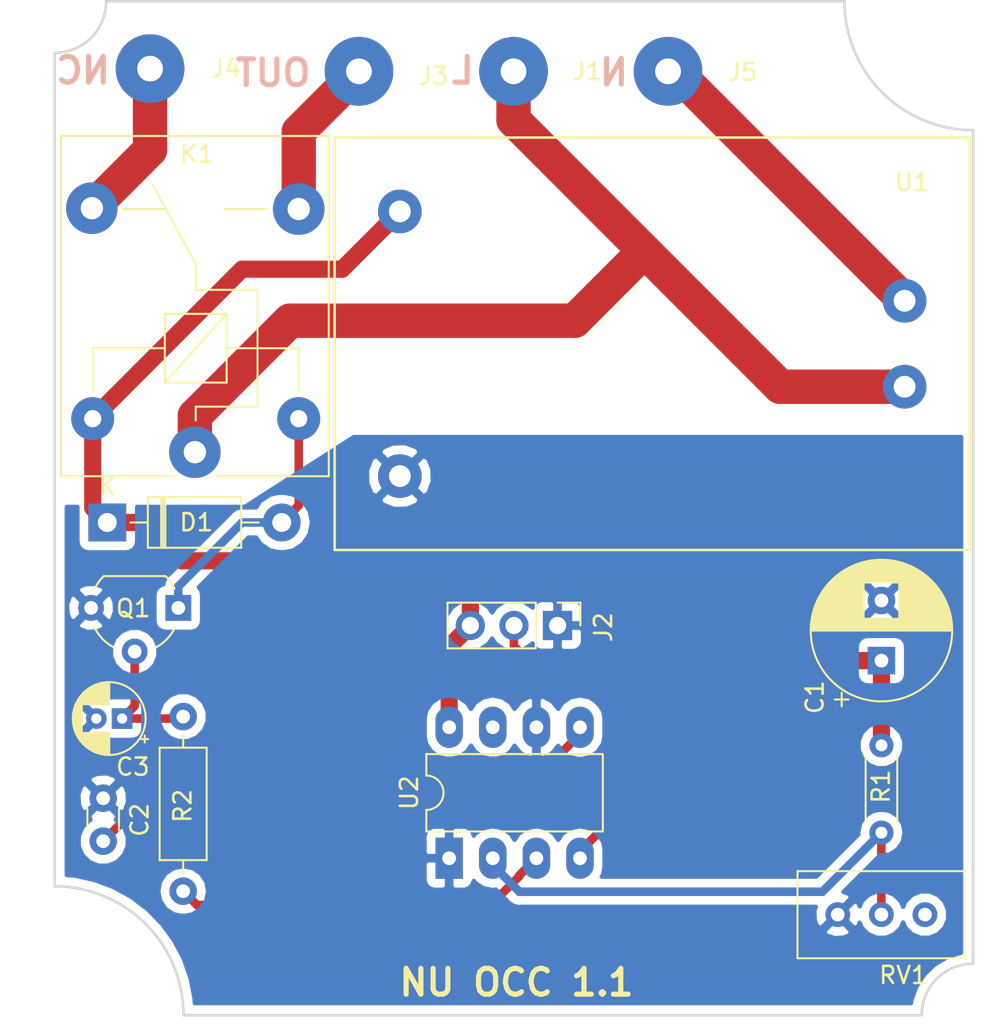
<source format=kicad_pcb>
(kicad_pcb (version 20171130) (host pcbnew 5.0.2-bee76a0~70~ubuntu18.04.1)

  (general
    (thickness 1.6)
    (drawings 41)
    (tracks 67)
    (zones 0)
    (modules 16)
    (nets 13)
  )

  (page A4)
  (layers
    (0 F.Cu signal)
    (31 B.Cu signal)
    (32 B.Adhes user)
    (33 F.Adhes user)
    (34 B.Paste user)
    (35 F.Paste user)
    (36 B.SilkS user)
    (37 F.SilkS user)
    (38 B.Mask user)
    (39 F.Mask user)
    (40 Dwgs.User user hide)
    (41 Cmts.User user hide)
    (42 Eco1.User user hide)
    (43 Eco2.User user)
    (44 Edge.Cuts user)
    (45 Margin user)
    (46 B.CrtYd user)
    (47 F.CrtYd user)
    (48 B.Fab user hide)
    (49 F.Fab user hide)
  )

  (setup
    (last_trace_width 0.5)
    (trace_clearance 0.5)
    (zone_clearance 0.5)
    (zone_45_only no)
    (trace_min 0.2)
    (segment_width 0.15)
    (edge_width 0.15)
    (via_size 0.8)
    (via_drill 0.4)
    (via_min_size 0.4)
    (via_min_drill 0.3)
    (uvia_size 0.3)
    (uvia_drill 0.1)
    (uvias_allowed no)
    (uvia_min_size 0.2)
    (uvia_min_drill 0.1)
    (pcb_text_width 0.3)
    (pcb_text_size 1.5 1.5)
    (mod_edge_width 0.15)
    (mod_text_size 1 1)
    (mod_text_width 0.15)
    (pad_size 1.524 1.524)
    (pad_drill 0.762)
    (pad_to_mask_clearance 0.051)
    (solder_mask_min_width 0.25)
    (aux_axis_origin 0 0)
    (visible_elements FFFFFF7F)
    (pcbplotparams
      (layerselection 0x00030_7ffffffe)
      (usegerberextensions true)
      (usegerberattributes false)
      (usegerberadvancedattributes false)
      (creategerberjobfile false)
      (excludeedgelayer true)
      (linewidth 0.100000)
      (plotframeref false)
      (viasonmask false)
      (mode 1)
      (useauxorigin false)
      (hpglpennumber 1)
      (hpglpenspeed 20)
      (hpglpendiameter 15.000000)
      (psnegative false)
      (psa4output false)
      (plotreference true)
      (plotvalue true)
      (plotinvisibletext false)
      (padsonsilk false)
      (subtractmaskfromsilk false)
      (outputformat 1)
      (mirror false)
      (drillshape 0)
      (scaleselection 1)
      (outputdirectory "GERBER/Gerber_v1_1/"))
  )

  (net 0 "")
  (net 1 VCC)
  (net 2 GNDREF)
  (net 3 "Net-(C2-Pad1)")
  (net 4 "Net-(C3-Pad1)")
  (net 5 "Net-(D1-Pad2)")
  (net 6 "Net-(J1-Pad1)")
  (net 7 "Net-(J2-Pad2)")
  (net 8 "Net-(R1-Pad2)")
  (net 9 "Net-(R2-Pad2)")
  (net 10 "Net-(J4-Pad1)")
  (net 11 "Net-(J3-Pad1)")
  (net 12 "Net-(J5-Pad1)")

  (net_class Default "This is the default net class."
    (clearance 0.5)
    (trace_width 0.5)
    (via_dia 0.8)
    (via_drill 0.4)
    (uvia_dia 0.3)
    (uvia_drill 0.1)
    (add_net GNDREF)
    (add_net "Net-(C2-Pad1)")
    (add_net "Net-(C3-Pad1)")
    (add_net "Net-(D1-Pad2)")
    (add_net "Net-(J2-Pad2)")
    (add_net "Net-(R1-Pad2)")
    (add_net "Net-(R2-Pad2)")
  )

  (net_class AC ""
    (clearance 1.5)
    (trace_width 2)
    (via_dia 0.8)
    (via_drill 0.4)
    (uvia_dia 0.3)
    (uvia_drill 0.1)
    (add_net "Net-(J1-Pad1)")
    (add_net "Net-(J3-Pad1)")
    (add_net "Net-(J4-Pad1)")
    (add_net "Net-(J5-Pad1)")
  )

  (net_class VCC ""
    (clearance 0.5)
    (trace_width 1)
    (via_dia 0.8)
    (via_drill 0.4)
    (uvia_dia 0.3)
    (uvia_drill 0.1)
    (add_net VCC)
  )

  (module Capacitor_THT:CP_Radial_D8.0mm_P3.50mm (layer F.Cu) (tedit 5AE50EF0) (tstamp 5E061EA2)
    (at 155.48 126.17 90)
    (descr "CP, Radial series, Radial, pin pitch=3.50mm, , diameter=8mm, Electrolytic Capacitor")
    (tags "CP Radial series Radial pin pitch 3.50mm  diameter 8mm Electrolytic Capacitor")
    (path /5C4717AB)
    (fp_text reference C1 (at -2.13 -3.88 90) (layer F.SilkS)
      (effects (font (size 1 1) (thickness 0.15)))
    )
    (fp_text value 470uF16V-8X12 (at -3.81 0 180) (layer F.Fab)
      (effects (font (size 1 1) (thickness 0.15)))
    )
    (fp_text user %R (at 1.75 0 90) (layer F.Fab)
      (effects (font (size 1 1) (thickness 0.15)))
    )
    (fp_line (start -2.259698 -2.715) (end -2.259698 -1.915) (layer F.SilkS) (width 0.12))
    (fp_line (start -2.659698 -2.315) (end -1.859698 -2.315) (layer F.SilkS) (width 0.12))
    (fp_line (start 5.831 -0.533) (end 5.831 0.533) (layer F.SilkS) (width 0.12))
    (fp_line (start 5.791 -0.768) (end 5.791 0.768) (layer F.SilkS) (width 0.12))
    (fp_line (start 5.751 -0.948) (end 5.751 0.948) (layer F.SilkS) (width 0.12))
    (fp_line (start 5.711 -1.098) (end 5.711 1.098) (layer F.SilkS) (width 0.12))
    (fp_line (start 5.671 -1.229) (end 5.671 1.229) (layer F.SilkS) (width 0.12))
    (fp_line (start 5.631 -1.346) (end 5.631 1.346) (layer F.SilkS) (width 0.12))
    (fp_line (start 5.591 -1.453) (end 5.591 1.453) (layer F.SilkS) (width 0.12))
    (fp_line (start 5.551 -1.552) (end 5.551 1.552) (layer F.SilkS) (width 0.12))
    (fp_line (start 5.511 -1.645) (end 5.511 1.645) (layer F.SilkS) (width 0.12))
    (fp_line (start 5.471 -1.731) (end 5.471 1.731) (layer F.SilkS) (width 0.12))
    (fp_line (start 5.431 -1.813) (end 5.431 1.813) (layer F.SilkS) (width 0.12))
    (fp_line (start 5.391 -1.89) (end 5.391 1.89) (layer F.SilkS) (width 0.12))
    (fp_line (start 5.351 -1.964) (end 5.351 1.964) (layer F.SilkS) (width 0.12))
    (fp_line (start 5.311 -2.034) (end 5.311 2.034) (layer F.SilkS) (width 0.12))
    (fp_line (start 5.271 -2.102) (end 5.271 2.102) (layer F.SilkS) (width 0.12))
    (fp_line (start 5.231 -2.166) (end 5.231 2.166) (layer F.SilkS) (width 0.12))
    (fp_line (start 5.191 -2.228) (end 5.191 2.228) (layer F.SilkS) (width 0.12))
    (fp_line (start 5.151 -2.287) (end 5.151 2.287) (layer F.SilkS) (width 0.12))
    (fp_line (start 5.111 -2.345) (end 5.111 2.345) (layer F.SilkS) (width 0.12))
    (fp_line (start 5.071 -2.4) (end 5.071 2.4) (layer F.SilkS) (width 0.12))
    (fp_line (start 5.031 -2.454) (end 5.031 2.454) (layer F.SilkS) (width 0.12))
    (fp_line (start 4.991 -2.505) (end 4.991 2.505) (layer F.SilkS) (width 0.12))
    (fp_line (start 4.951 -2.556) (end 4.951 2.556) (layer F.SilkS) (width 0.12))
    (fp_line (start 4.911 -2.604) (end 4.911 2.604) (layer F.SilkS) (width 0.12))
    (fp_line (start 4.871 -2.651) (end 4.871 2.651) (layer F.SilkS) (width 0.12))
    (fp_line (start 4.831 -2.697) (end 4.831 2.697) (layer F.SilkS) (width 0.12))
    (fp_line (start 4.791 -2.741) (end 4.791 2.741) (layer F.SilkS) (width 0.12))
    (fp_line (start 4.751 -2.784) (end 4.751 2.784) (layer F.SilkS) (width 0.12))
    (fp_line (start 4.711 -2.826) (end 4.711 2.826) (layer F.SilkS) (width 0.12))
    (fp_line (start 4.671 -2.867) (end 4.671 2.867) (layer F.SilkS) (width 0.12))
    (fp_line (start 4.631 -2.907) (end 4.631 2.907) (layer F.SilkS) (width 0.12))
    (fp_line (start 4.591 -2.945) (end 4.591 2.945) (layer F.SilkS) (width 0.12))
    (fp_line (start 4.551 -2.983) (end 4.551 2.983) (layer F.SilkS) (width 0.12))
    (fp_line (start 4.511 1.04) (end 4.511 3.019) (layer F.SilkS) (width 0.12))
    (fp_line (start 4.511 -3.019) (end 4.511 -1.04) (layer F.SilkS) (width 0.12))
    (fp_line (start 4.471 1.04) (end 4.471 3.055) (layer F.SilkS) (width 0.12))
    (fp_line (start 4.471 -3.055) (end 4.471 -1.04) (layer F.SilkS) (width 0.12))
    (fp_line (start 4.431 1.04) (end 4.431 3.09) (layer F.SilkS) (width 0.12))
    (fp_line (start 4.431 -3.09) (end 4.431 -1.04) (layer F.SilkS) (width 0.12))
    (fp_line (start 4.391 1.04) (end 4.391 3.124) (layer F.SilkS) (width 0.12))
    (fp_line (start 4.391 -3.124) (end 4.391 -1.04) (layer F.SilkS) (width 0.12))
    (fp_line (start 4.351 1.04) (end 4.351 3.156) (layer F.SilkS) (width 0.12))
    (fp_line (start 4.351 -3.156) (end 4.351 -1.04) (layer F.SilkS) (width 0.12))
    (fp_line (start 4.311 1.04) (end 4.311 3.189) (layer F.SilkS) (width 0.12))
    (fp_line (start 4.311 -3.189) (end 4.311 -1.04) (layer F.SilkS) (width 0.12))
    (fp_line (start 4.271 1.04) (end 4.271 3.22) (layer F.SilkS) (width 0.12))
    (fp_line (start 4.271 -3.22) (end 4.271 -1.04) (layer F.SilkS) (width 0.12))
    (fp_line (start 4.231 1.04) (end 4.231 3.25) (layer F.SilkS) (width 0.12))
    (fp_line (start 4.231 -3.25) (end 4.231 -1.04) (layer F.SilkS) (width 0.12))
    (fp_line (start 4.191 1.04) (end 4.191 3.28) (layer F.SilkS) (width 0.12))
    (fp_line (start 4.191 -3.28) (end 4.191 -1.04) (layer F.SilkS) (width 0.12))
    (fp_line (start 4.151 1.04) (end 4.151 3.309) (layer F.SilkS) (width 0.12))
    (fp_line (start 4.151 -3.309) (end 4.151 -1.04) (layer F.SilkS) (width 0.12))
    (fp_line (start 4.111 1.04) (end 4.111 3.338) (layer F.SilkS) (width 0.12))
    (fp_line (start 4.111 -3.338) (end 4.111 -1.04) (layer F.SilkS) (width 0.12))
    (fp_line (start 4.071 1.04) (end 4.071 3.365) (layer F.SilkS) (width 0.12))
    (fp_line (start 4.071 -3.365) (end 4.071 -1.04) (layer F.SilkS) (width 0.12))
    (fp_line (start 4.031 1.04) (end 4.031 3.392) (layer F.SilkS) (width 0.12))
    (fp_line (start 4.031 -3.392) (end 4.031 -1.04) (layer F.SilkS) (width 0.12))
    (fp_line (start 3.991 1.04) (end 3.991 3.418) (layer F.SilkS) (width 0.12))
    (fp_line (start 3.991 -3.418) (end 3.991 -1.04) (layer F.SilkS) (width 0.12))
    (fp_line (start 3.951 1.04) (end 3.951 3.444) (layer F.SilkS) (width 0.12))
    (fp_line (start 3.951 -3.444) (end 3.951 -1.04) (layer F.SilkS) (width 0.12))
    (fp_line (start 3.911 1.04) (end 3.911 3.469) (layer F.SilkS) (width 0.12))
    (fp_line (start 3.911 -3.469) (end 3.911 -1.04) (layer F.SilkS) (width 0.12))
    (fp_line (start 3.871 1.04) (end 3.871 3.493) (layer F.SilkS) (width 0.12))
    (fp_line (start 3.871 -3.493) (end 3.871 -1.04) (layer F.SilkS) (width 0.12))
    (fp_line (start 3.831 1.04) (end 3.831 3.517) (layer F.SilkS) (width 0.12))
    (fp_line (start 3.831 -3.517) (end 3.831 -1.04) (layer F.SilkS) (width 0.12))
    (fp_line (start 3.791 1.04) (end 3.791 3.54) (layer F.SilkS) (width 0.12))
    (fp_line (start 3.791 -3.54) (end 3.791 -1.04) (layer F.SilkS) (width 0.12))
    (fp_line (start 3.751 1.04) (end 3.751 3.562) (layer F.SilkS) (width 0.12))
    (fp_line (start 3.751 -3.562) (end 3.751 -1.04) (layer F.SilkS) (width 0.12))
    (fp_line (start 3.711 1.04) (end 3.711 3.584) (layer F.SilkS) (width 0.12))
    (fp_line (start 3.711 -3.584) (end 3.711 -1.04) (layer F.SilkS) (width 0.12))
    (fp_line (start 3.671 1.04) (end 3.671 3.606) (layer F.SilkS) (width 0.12))
    (fp_line (start 3.671 -3.606) (end 3.671 -1.04) (layer F.SilkS) (width 0.12))
    (fp_line (start 3.631 1.04) (end 3.631 3.627) (layer F.SilkS) (width 0.12))
    (fp_line (start 3.631 -3.627) (end 3.631 -1.04) (layer F.SilkS) (width 0.12))
    (fp_line (start 3.591 1.04) (end 3.591 3.647) (layer F.SilkS) (width 0.12))
    (fp_line (start 3.591 -3.647) (end 3.591 -1.04) (layer F.SilkS) (width 0.12))
    (fp_line (start 3.551 1.04) (end 3.551 3.666) (layer F.SilkS) (width 0.12))
    (fp_line (start 3.551 -3.666) (end 3.551 -1.04) (layer F.SilkS) (width 0.12))
    (fp_line (start 3.511 1.04) (end 3.511 3.686) (layer F.SilkS) (width 0.12))
    (fp_line (start 3.511 -3.686) (end 3.511 -1.04) (layer F.SilkS) (width 0.12))
    (fp_line (start 3.471 1.04) (end 3.471 3.704) (layer F.SilkS) (width 0.12))
    (fp_line (start 3.471 -3.704) (end 3.471 -1.04) (layer F.SilkS) (width 0.12))
    (fp_line (start 3.431 1.04) (end 3.431 3.722) (layer F.SilkS) (width 0.12))
    (fp_line (start 3.431 -3.722) (end 3.431 -1.04) (layer F.SilkS) (width 0.12))
    (fp_line (start 3.391 1.04) (end 3.391 3.74) (layer F.SilkS) (width 0.12))
    (fp_line (start 3.391 -3.74) (end 3.391 -1.04) (layer F.SilkS) (width 0.12))
    (fp_line (start 3.351 1.04) (end 3.351 3.757) (layer F.SilkS) (width 0.12))
    (fp_line (start 3.351 -3.757) (end 3.351 -1.04) (layer F.SilkS) (width 0.12))
    (fp_line (start 3.311 1.04) (end 3.311 3.774) (layer F.SilkS) (width 0.12))
    (fp_line (start 3.311 -3.774) (end 3.311 -1.04) (layer F.SilkS) (width 0.12))
    (fp_line (start 3.271 1.04) (end 3.271 3.79) (layer F.SilkS) (width 0.12))
    (fp_line (start 3.271 -3.79) (end 3.271 -1.04) (layer F.SilkS) (width 0.12))
    (fp_line (start 3.231 1.04) (end 3.231 3.805) (layer F.SilkS) (width 0.12))
    (fp_line (start 3.231 -3.805) (end 3.231 -1.04) (layer F.SilkS) (width 0.12))
    (fp_line (start 3.191 1.04) (end 3.191 3.821) (layer F.SilkS) (width 0.12))
    (fp_line (start 3.191 -3.821) (end 3.191 -1.04) (layer F.SilkS) (width 0.12))
    (fp_line (start 3.151 1.04) (end 3.151 3.835) (layer F.SilkS) (width 0.12))
    (fp_line (start 3.151 -3.835) (end 3.151 -1.04) (layer F.SilkS) (width 0.12))
    (fp_line (start 3.111 1.04) (end 3.111 3.85) (layer F.SilkS) (width 0.12))
    (fp_line (start 3.111 -3.85) (end 3.111 -1.04) (layer F.SilkS) (width 0.12))
    (fp_line (start 3.071 1.04) (end 3.071 3.863) (layer F.SilkS) (width 0.12))
    (fp_line (start 3.071 -3.863) (end 3.071 -1.04) (layer F.SilkS) (width 0.12))
    (fp_line (start 3.031 1.04) (end 3.031 3.877) (layer F.SilkS) (width 0.12))
    (fp_line (start 3.031 -3.877) (end 3.031 -1.04) (layer F.SilkS) (width 0.12))
    (fp_line (start 2.991 1.04) (end 2.991 3.889) (layer F.SilkS) (width 0.12))
    (fp_line (start 2.991 -3.889) (end 2.991 -1.04) (layer F.SilkS) (width 0.12))
    (fp_line (start 2.951 1.04) (end 2.951 3.902) (layer F.SilkS) (width 0.12))
    (fp_line (start 2.951 -3.902) (end 2.951 -1.04) (layer F.SilkS) (width 0.12))
    (fp_line (start 2.911 1.04) (end 2.911 3.914) (layer F.SilkS) (width 0.12))
    (fp_line (start 2.911 -3.914) (end 2.911 -1.04) (layer F.SilkS) (width 0.12))
    (fp_line (start 2.871 1.04) (end 2.871 3.925) (layer F.SilkS) (width 0.12))
    (fp_line (start 2.871 -3.925) (end 2.871 -1.04) (layer F.SilkS) (width 0.12))
    (fp_line (start 2.831 1.04) (end 2.831 3.936) (layer F.SilkS) (width 0.12))
    (fp_line (start 2.831 -3.936) (end 2.831 -1.04) (layer F.SilkS) (width 0.12))
    (fp_line (start 2.791 1.04) (end 2.791 3.947) (layer F.SilkS) (width 0.12))
    (fp_line (start 2.791 -3.947) (end 2.791 -1.04) (layer F.SilkS) (width 0.12))
    (fp_line (start 2.751 1.04) (end 2.751 3.957) (layer F.SilkS) (width 0.12))
    (fp_line (start 2.751 -3.957) (end 2.751 -1.04) (layer F.SilkS) (width 0.12))
    (fp_line (start 2.711 1.04) (end 2.711 3.967) (layer F.SilkS) (width 0.12))
    (fp_line (start 2.711 -3.967) (end 2.711 -1.04) (layer F.SilkS) (width 0.12))
    (fp_line (start 2.671 1.04) (end 2.671 3.976) (layer F.SilkS) (width 0.12))
    (fp_line (start 2.671 -3.976) (end 2.671 -1.04) (layer F.SilkS) (width 0.12))
    (fp_line (start 2.631 1.04) (end 2.631 3.985) (layer F.SilkS) (width 0.12))
    (fp_line (start 2.631 -3.985) (end 2.631 -1.04) (layer F.SilkS) (width 0.12))
    (fp_line (start 2.591 1.04) (end 2.591 3.994) (layer F.SilkS) (width 0.12))
    (fp_line (start 2.591 -3.994) (end 2.591 -1.04) (layer F.SilkS) (width 0.12))
    (fp_line (start 2.551 1.04) (end 2.551 4.002) (layer F.SilkS) (width 0.12))
    (fp_line (start 2.551 -4.002) (end 2.551 -1.04) (layer F.SilkS) (width 0.12))
    (fp_line (start 2.511 1.04) (end 2.511 4.01) (layer F.SilkS) (width 0.12))
    (fp_line (start 2.511 -4.01) (end 2.511 -1.04) (layer F.SilkS) (width 0.12))
    (fp_line (start 2.471 1.04) (end 2.471 4.017) (layer F.SilkS) (width 0.12))
    (fp_line (start 2.471 -4.017) (end 2.471 -1.04) (layer F.SilkS) (width 0.12))
    (fp_line (start 2.43 -4.024) (end 2.43 4.024) (layer F.SilkS) (width 0.12))
    (fp_line (start 2.39 -4.03) (end 2.39 4.03) (layer F.SilkS) (width 0.12))
    (fp_line (start 2.35 -4.037) (end 2.35 4.037) (layer F.SilkS) (width 0.12))
    (fp_line (start 2.31 -4.042) (end 2.31 4.042) (layer F.SilkS) (width 0.12))
    (fp_line (start 2.27 -4.048) (end 2.27 4.048) (layer F.SilkS) (width 0.12))
    (fp_line (start 2.23 -4.052) (end 2.23 4.052) (layer F.SilkS) (width 0.12))
    (fp_line (start 2.19 -4.057) (end 2.19 4.057) (layer F.SilkS) (width 0.12))
    (fp_line (start 2.15 -4.061) (end 2.15 4.061) (layer F.SilkS) (width 0.12))
    (fp_line (start 2.11 -4.065) (end 2.11 4.065) (layer F.SilkS) (width 0.12))
    (fp_line (start 2.07 -4.068) (end 2.07 4.068) (layer F.SilkS) (width 0.12))
    (fp_line (start 2.03 -4.071) (end 2.03 4.071) (layer F.SilkS) (width 0.12))
    (fp_line (start 1.99 -4.074) (end 1.99 4.074) (layer F.SilkS) (width 0.12))
    (fp_line (start 1.95 -4.076) (end 1.95 4.076) (layer F.SilkS) (width 0.12))
    (fp_line (start 1.91 -4.077) (end 1.91 4.077) (layer F.SilkS) (width 0.12))
    (fp_line (start 1.87 -4.079) (end 1.87 4.079) (layer F.SilkS) (width 0.12))
    (fp_line (start 1.83 -4.08) (end 1.83 4.08) (layer F.SilkS) (width 0.12))
    (fp_line (start 1.79 -4.08) (end 1.79 4.08) (layer F.SilkS) (width 0.12))
    (fp_line (start 1.75 -4.08) (end 1.75 4.08) (layer F.SilkS) (width 0.12))
    (fp_line (start -1.276759 -2.1475) (end -1.276759 -1.3475) (layer F.Fab) (width 0.1))
    (fp_line (start -1.676759 -1.7475) (end -0.876759 -1.7475) (layer F.Fab) (width 0.1))
    (fp_circle (center 1.75 0) (end 6 0) (layer F.CrtYd) (width 0.05))
    (fp_circle (center 1.75 0) (end 5.87 0) (layer F.SilkS) (width 0.12))
    (fp_circle (center 1.75 0) (end 5.75 0) (layer F.Fab) (width 0.1))
    (pad 2 thru_hole circle (at 3.5 0 90) (size 1.6 1.6) (drill 0.8) (layers *.Cu *.Mask)
      (net 2 GNDREF))
    (pad 1 thru_hole rect (at 0 0 90) (size 1.6 1.6) (drill 0.8) (layers *.Cu *.Mask)
      (net 1 VCC))
    (model ${KISYS3DMOD}/Capacitor_THT.3dshapes/CP_Radial_D8.0mm_P3.50mm.wrl
      (at (xyz 0 0 0))
      (scale (xyz 1 1 1))
      (rotate (xyz 0 0 0))
    )
  )

  (module Capacitor_THT:C_Disc_D3.0mm_W1.6mm_P2.50mm (layer F.Cu) (tedit 5AE50EF0) (tstamp 5E061D9B)
    (at 110.15 136.675 90)
    (descr "C, Disc series, Radial, pin pitch=2.50mm, , diameter*width=3.0*1.6mm^2, Capacitor, http://www.vishay.com/docs/45233/krseries.pdf")
    (tags "C Disc series Radial pin pitch 2.50mm  diameter 3.0mm width 1.6mm Capacitor")
    (path /5C471848)
    (fp_text reference C2 (at 1.236 2.122 90) (layer F.SilkS)
      (effects (font (size 1 1) (thickness 0.15)))
    )
    (fp_text value 103-50V (at 1.25 2.05 90) (layer F.Fab)
      (effects (font (size 1 1) (thickness 0.15)))
    )
    (fp_text user %R (at 1.25 0 90) (layer F.Fab)
      (effects (font (size 0.6 0.6) (thickness 0.09)))
    )
    (fp_line (start 3.55 -1.05) (end -1.05 -1.05) (layer F.CrtYd) (width 0.05))
    (fp_line (start 3.55 1.05) (end 3.55 -1.05) (layer F.CrtYd) (width 0.05))
    (fp_line (start -1.05 1.05) (end 3.55 1.05) (layer F.CrtYd) (width 0.05))
    (fp_line (start -1.05 -1.05) (end -1.05 1.05) (layer F.CrtYd) (width 0.05))
    (fp_line (start 0.621 0.92) (end 1.879 0.92) (layer F.SilkS) (width 0.12))
    (fp_line (start 0.621 -0.92) (end 1.879 -0.92) (layer F.SilkS) (width 0.12))
    (fp_line (start 2.75 -0.8) (end -0.25 -0.8) (layer F.Fab) (width 0.1))
    (fp_line (start 2.75 0.8) (end 2.75 -0.8) (layer F.Fab) (width 0.1))
    (fp_line (start -0.25 0.8) (end 2.75 0.8) (layer F.Fab) (width 0.1))
    (fp_line (start -0.25 -0.8) (end -0.25 0.8) (layer F.Fab) (width 0.1))
    (pad 2 thru_hole circle (at 2.5 0 90) (size 1.6 1.6) (drill 0.8) (layers *.Cu *.Mask)
      (net 2 GNDREF))
    (pad 1 thru_hole circle (at 0 0 90) (size 1.6 1.6) (drill 0.8) (layers *.Cu *.Mask)
      (net 3 "Net-(C2-Pad1)"))
    (model ${KISYS3DMOD}/Capacitor_THT.3dshapes/C_Disc_D3.0mm_W1.6mm_P2.50mm.wrl
      (at (xyz 0 0 0))
      (scale (xyz 1 1 1))
      (rotate (xyz 0 0 0))
    )
  )

  (module Capacitor_THT:CP_Radial_D4.0mm_P1.50mm (layer F.Cu) (tedit 5AE50EF0) (tstamp 5E0620E6)
    (at 111.252 129.54 180)
    (descr "CP, Radial series, Radial, pin pitch=1.50mm, , diameter=4mm, Electrolytic Capacitor")
    (tags "CP Radial series Radial pin pitch 1.50mm  diameter 4mm Electrolytic Capacitor")
    (path /5C4714D1)
    (fp_text reference C3 (at -0.623 -2.81 180) (layer F.SilkS)
      (effects (font (size 1 1) (thickness 0.15)))
    )
    (fp_text value 10UF16V-5X11 (at 5.08 1.27 180) (layer F.Fab)
      (effects (font (size 1 1) (thickness 0.15)))
    )
    (fp_text user %R (at 0.75 0 180) (layer F.Fab)
      (effects (font (size 0.8 0.8) (thickness 0.12)))
    )
    (fp_line (start -1.319801 -1.395) (end -1.319801 -0.995) (layer F.SilkS) (width 0.12))
    (fp_line (start -1.519801 -1.195) (end -1.119801 -1.195) (layer F.SilkS) (width 0.12))
    (fp_line (start 2.831 -0.37) (end 2.831 0.37) (layer F.SilkS) (width 0.12))
    (fp_line (start 2.791 -0.537) (end 2.791 0.537) (layer F.SilkS) (width 0.12))
    (fp_line (start 2.751 -0.664) (end 2.751 0.664) (layer F.SilkS) (width 0.12))
    (fp_line (start 2.711 -0.768) (end 2.711 0.768) (layer F.SilkS) (width 0.12))
    (fp_line (start 2.671 -0.859) (end 2.671 0.859) (layer F.SilkS) (width 0.12))
    (fp_line (start 2.631 -0.94) (end 2.631 0.94) (layer F.SilkS) (width 0.12))
    (fp_line (start 2.591 -1.013) (end 2.591 1.013) (layer F.SilkS) (width 0.12))
    (fp_line (start 2.551 -1.08) (end 2.551 1.08) (layer F.SilkS) (width 0.12))
    (fp_line (start 2.511 -1.142) (end 2.511 1.142) (layer F.SilkS) (width 0.12))
    (fp_line (start 2.471 -1.2) (end 2.471 1.2) (layer F.SilkS) (width 0.12))
    (fp_line (start 2.431 -1.254) (end 2.431 1.254) (layer F.SilkS) (width 0.12))
    (fp_line (start 2.391 -1.304) (end 2.391 1.304) (layer F.SilkS) (width 0.12))
    (fp_line (start 2.351 -1.351) (end 2.351 1.351) (layer F.SilkS) (width 0.12))
    (fp_line (start 2.311 0.84) (end 2.311 1.396) (layer F.SilkS) (width 0.12))
    (fp_line (start 2.311 -1.396) (end 2.311 -0.84) (layer F.SilkS) (width 0.12))
    (fp_line (start 2.271 0.84) (end 2.271 1.438) (layer F.SilkS) (width 0.12))
    (fp_line (start 2.271 -1.438) (end 2.271 -0.84) (layer F.SilkS) (width 0.12))
    (fp_line (start 2.231 0.84) (end 2.231 1.478) (layer F.SilkS) (width 0.12))
    (fp_line (start 2.231 -1.478) (end 2.231 -0.84) (layer F.SilkS) (width 0.12))
    (fp_line (start 2.191 0.84) (end 2.191 1.516) (layer F.SilkS) (width 0.12))
    (fp_line (start 2.191 -1.516) (end 2.191 -0.84) (layer F.SilkS) (width 0.12))
    (fp_line (start 2.151 0.84) (end 2.151 1.552) (layer F.SilkS) (width 0.12))
    (fp_line (start 2.151 -1.552) (end 2.151 -0.84) (layer F.SilkS) (width 0.12))
    (fp_line (start 2.111 0.84) (end 2.111 1.587) (layer F.SilkS) (width 0.12))
    (fp_line (start 2.111 -1.587) (end 2.111 -0.84) (layer F.SilkS) (width 0.12))
    (fp_line (start 2.071 0.84) (end 2.071 1.619) (layer F.SilkS) (width 0.12))
    (fp_line (start 2.071 -1.619) (end 2.071 -0.84) (layer F.SilkS) (width 0.12))
    (fp_line (start 2.031 0.84) (end 2.031 1.65) (layer F.SilkS) (width 0.12))
    (fp_line (start 2.031 -1.65) (end 2.031 -0.84) (layer F.SilkS) (width 0.12))
    (fp_line (start 1.991 0.84) (end 1.991 1.68) (layer F.SilkS) (width 0.12))
    (fp_line (start 1.991 -1.68) (end 1.991 -0.84) (layer F.SilkS) (width 0.12))
    (fp_line (start 1.951 0.84) (end 1.951 1.708) (layer F.SilkS) (width 0.12))
    (fp_line (start 1.951 -1.708) (end 1.951 -0.84) (layer F.SilkS) (width 0.12))
    (fp_line (start 1.911 0.84) (end 1.911 1.735) (layer F.SilkS) (width 0.12))
    (fp_line (start 1.911 -1.735) (end 1.911 -0.84) (layer F.SilkS) (width 0.12))
    (fp_line (start 1.871 0.84) (end 1.871 1.76) (layer F.SilkS) (width 0.12))
    (fp_line (start 1.871 -1.76) (end 1.871 -0.84) (layer F.SilkS) (width 0.12))
    (fp_line (start 1.831 0.84) (end 1.831 1.785) (layer F.SilkS) (width 0.12))
    (fp_line (start 1.831 -1.785) (end 1.831 -0.84) (layer F.SilkS) (width 0.12))
    (fp_line (start 1.791 0.84) (end 1.791 1.808) (layer F.SilkS) (width 0.12))
    (fp_line (start 1.791 -1.808) (end 1.791 -0.84) (layer F.SilkS) (width 0.12))
    (fp_line (start 1.751 0.84) (end 1.751 1.83) (layer F.SilkS) (width 0.12))
    (fp_line (start 1.751 -1.83) (end 1.751 -0.84) (layer F.SilkS) (width 0.12))
    (fp_line (start 1.711 0.84) (end 1.711 1.851) (layer F.SilkS) (width 0.12))
    (fp_line (start 1.711 -1.851) (end 1.711 -0.84) (layer F.SilkS) (width 0.12))
    (fp_line (start 1.671 0.84) (end 1.671 1.87) (layer F.SilkS) (width 0.12))
    (fp_line (start 1.671 -1.87) (end 1.671 -0.84) (layer F.SilkS) (width 0.12))
    (fp_line (start 1.631 0.84) (end 1.631 1.889) (layer F.SilkS) (width 0.12))
    (fp_line (start 1.631 -1.889) (end 1.631 -0.84) (layer F.SilkS) (width 0.12))
    (fp_line (start 1.591 0.84) (end 1.591 1.907) (layer F.SilkS) (width 0.12))
    (fp_line (start 1.591 -1.907) (end 1.591 -0.84) (layer F.SilkS) (width 0.12))
    (fp_line (start 1.551 0.84) (end 1.551 1.924) (layer F.SilkS) (width 0.12))
    (fp_line (start 1.551 -1.924) (end 1.551 -0.84) (layer F.SilkS) (width 0.12))
    (fp_line (start 1.511 0.84) (end 1.511 1.94) (layer F.SilkS) (width 0.12))
    (fp_line (start 1.511 -1.94) (end 1.511 -0.84) (layer F.SilkS) (width 0.12))
    (fp_line (start 1.471 0.84) (end 1.471 1.954) (layer F.SilkS) (width 0.12))
    (fp_line (start 1.471 -1.954) (end 1.471 -0.84) (layer F.SilkS) (width 0.12))
    (fp_line (start 1.43 0.84) (end 1.43 1.968) (layer F.SilkS) (width 0.12))
    (fp_line (start 1.43 -1.968) (end 1.43 -0.84) (layer F.SilkS) (width 0.12))
    (fp_line (start 1.39 0.84) (end 1.39 1.982) (layer F.SilkS) (width 0.12))
    (fp_line (start 1.39 -1.982) (end 1.39 -0.84) (layer F.SilkS) (width 0.12))
    (fp_line (start 1.35 0.84) (end 1.35 1.994) (layer F.SilkS) (width 0.12))
    (fp_line (start 1.35 -1.994) (end 1.35 -0.84) (layer F.SilkS) (width 0.12))
    (fp_line (start 1.31 0.84) (end 1.31 2.005) (layer F.SilkS) (width 0.12))
    (fp_line (start 1.31 -2.005) (end 1.31 -0.84) (layer F.SilkS) (width 0.12))
    (fp_line (start 1.27 0.84) (end 1.27 2.016) (layer F.SilkS) (width 0.12))
    (fp_line (start 1.27 -2.016) (end 1.27 -0.84) (layer F.SilkS) (width 0.12))
    (fp_line (start 1.23 0.84) (end 1.23 2.025) (layer F.SilkS) (width 0.12))
    (fp_line (start 1.23 -2.025) (end 1.23 -0.84) (layer F.SilkS) (width 0.12))
    (fp_line (start 1.19 0.84) (end 1.19 2.034) (layer F.SilkS) (width 0.12))
    (fp_line (start 1.19 -2.034) (end 1.19 -0.84) (layer F.SilkS) (width 0.12))
    (fp_line (start 1.15 0.84) (end 1.15 2.042) (layer F.SilkS) (width 0.12))
    (fp_line (start 1.15 -2.042) (end 1.15 -0.84) (layer F.SilkS) (width 0.12))
    (fp_line (start 1.11 0.84) (end 1.11 2.05) (layer F.SilkS) (width 0.12))
    (fp_line (start 1.11 -2.05) (end 1.11 -0.84) (layer F.SilkS) (width 0.12))
    (fp_line (start 1.07 0.84) (end 1.07 2.056) (layer F.SilkS) (width 0.12))
    (fp_line (start 1.07 -2.056) (end 1.07 -0.84) (layer F.SilkS) (width 0.12))
    (fp_line (start 1.03 0.84) (end 1.03 2.062) (layer F.SilkS) (width 0.12))
    (fp_line (start 1.03 -2.062) (end 1.03 -0.84) (layer F.SilkS) (width 0.12))
    (fp_line (start 0.99 0.84) (end 0.99 2.067) (layer F.SilkS) (width 0.12))
    (fp_line (start 0.99 -2.067) (end 0.99 -0.84) (layer F.SilkS) (width 0.12))
    (fp_line (start 0.95 0.84) (end 0.95 2.071) (layer F.SilkS) (width 0.12))
    (fp_line (start 0.95 -2.071) (end 0.95 -0.84) (layer F.SilkS) (width 0.12))
    (fp_line (start 0.91 0.84) (end 0.91 2.074) (layer F.SilkS) (width 0.12))
    (fp_line (start 0.91 -2.074) (end 0.91 -0.84) (layer F.SilkS) (width 0.12))
    (fp_line (start 0.87 0.84) (end 0.87 2.077) (layer F.SilkS) (width 0.12))
    (fp_line (start 0.87 -2.077) (end 0.87 -0.84) (layer F.SilkS) (width 0.12))
    (fp_line (start 0.83 -2.079) (end 0.83 -0.84) (layer F.SilkS) (width 0.12))
    (fp_line (start 0.83 0.84) (end 0.83 2.079) (layer F.SilkS) (width 0.12))
    (fp_line (start 0.79 -2.08) (end 0.79 -0.84) (layer F.SilkS) (width 0.12))
    (fp_line (start 0.79 0.84) (end 0.79 2.08) (layer F.SilkS) (width 0.12))
    (fp_line (start 0.75 -2.08) (end 0.75 -0.84) (layer F.SilkS) (width 0.12))
    (fp_line (start 0.75 0.84) (end 0.75 2.08) (layer F.SilkS) (width 0.12))
    (fp_line (start -0.752554 -1.0675) (end -0.752554 -0.6675) (layer F.Fab) (width 0.1))
    (fp_line (start -0.952554 -0.8675) (end -0.552554 -0.8675) (layer F.Fab) (width 0.1))
    (fp_circle (center 0.75 0) (end 3 0) (layer F.CrtYd) (width 0.05))
    (fp_circle (center 0.75 0) (end 2.87 0) (layer F.SilkS) (width 0.12))
    (fp_circle (center 0.75 0) (end 2.75 0) (layer F.Fab) (width 0.1))
    (pad 2 thru_hole circle (at 1.5 0 180) (size 1.2 1.2) (drill 0.6) (layers *.Cu *.Mask)
      (net 2 GNDREF))
    (pad 1 thru_hole rect (at 0 0 180) (size 1.2 1.2) (drill 0.6) (layers *.Cu *.Mask)
      (net 4 "Net-(C3-Pad1)"))
    (model ${KISYS3DMOD}/Capacitor_THT.3dshapes/CP_Radial_D4.0mm_P1.50mm.wrl
      (at (xyz 0 0 0))
      (scale (xyz 1 1 1))
      (rotate (xyz 0 0 0))
    )
  )

  (module Diode_THT:D_DO-41_SOD81_P10.16mm_Horizontal (layer F.Cu) (tedit 5AE50CD5) (tstamp 5E12B061)
    (at 110.39 118.13)
    (descr "Diode, DO-41_SOD81 series, Axial, Horizontal, pin pitch=10.16mm, , length*diameter=5.2*2.7mm^2, , http://www.diodes.com/_files/packages/DO-41%20(Plastic).pdf")
    (tags "Diode DO-41_SOD81 series Axial Horizontal pin pitch 10.16mm  length 5.2mm diameter 2.7mm")
    (path /5C470ECF)
    (fp_text reference D1 (at 5.185 -0.005) (layer F.SilkS)
      (effects (font (size 1 1) (thickness 0.15)))
    )
    (fp_text value 1N4001 (at 5.08 2.47) (layer F.Fab)
      (effects (font (size 1 1) (thickness 0.15)))
    )
    (fp_text user K (at 0 -2.1) (layer F.SilkS)
      (effects (font (size 1 1) (thickness 0.15)))
    )
    (fp_text user K (at 0 -2.1) (layer F.Fab)
      (effects (font (size 1 1) (thickness 0.15)))
    )
    (fp_text user %R (at 5.47 0) (layer F.Fab)
      (effects (font (size 1 1) (thickness 0.15)))
    )
    (fp_line (start 11.51 -1.6) (end -1.35 -1.6) (layer F.CrtYd) (width 0.05))
    (fp_line (start 11.51 1.6) (end 11.51 -1.6) (layer F.CrtYd) (width 0.05))
    (fp_line (start -1.35 1.6) (end 11.51 1.6) (layer F.CrtYd) (width 0.05))
    (fp_line (start -1.35 -1.6) (end -1.35 1.6) (layer F.CrtYd) (width 0.05))
    (fp_line (start 3.14 -1.47) (end 3.14 1.47) (layer F.SilkS) (width 0.12))
    (fp_line (start 3.38 -1.47) (end 3.38 1.47) (layer F.SilkS) (width 0.12))
    (fp_line (start 3.26 -1.47) (end 3.26 1.47) (layer F.SilkS) (width 0.12))
    (fp_line (start 8.82 0) (end 7.8 0) (layer F.SilkS) (width 0.12))
    (fp_line (start 1.34 0) (end 2.36 0) (layer F.SilkS) (width 0.12))
    (fp_line (start 7.8 -1.47) (end 2.36 -1.47) (layer F.SilkS) (width 0.12))
    (fp_line (start 7.8 1.47) (end 7.8 -1.47) (layer F.SilkS) (width 0.12))
    (fp_line (start 2.36 1.47) (end 7.8 1.47) (layer F.SilkS) (width 0.12))
    (fp_line (start 2.36 -1.47) (end 2.36 1.47) (layer F.SilkS) (width 0.12))
    (fp_line (start 3.16 -1.35) (end 3.16 1.35) (layer F.Fab) (width 0.1))
    (fp_line (start 3.36 -1.35) (end 3.36 1.35) (layer F.Fab) (width 0.1))
    (fp_line (start 3.26 -1.35) (end 3.26 1.35) (layer F.Fab) (width 0.1))
    (fp_line (start 10.16 0) (end 7.68 0) (layer F.Fab) (width 0.1))
    (fp_line (start 0 0) (end 2.48 0) (layer F.Fab) (width 0.1))
    (fp_line (start 7.68 -1.35) (end 2.48 -1.35) (layer F.Fab) (width 0.1))
    (fp_line (start 7.68 1.35) (end 7.68 -1.35) (layer F.Fab) (width 0.1))
    (fp_line (start 2.48 1.35) (end 7.68 1.35) (layer F.Fab) (width 0.1))
    (fp_line (start 2.48 -1.35) (end 2.48 1.35) (layer F.Fab) (width 0.1))
    (pad 2 thru_hole oval (at 10.16 0) (size 2.2 2.2) (drill 1.1) (layers *.Cu *.Mask)
      (net 5 "Net-(D1-Pad2)"))
    (pad 1 thru_hole rect (at 0 0) (size 2.2 2.2) (drill 1.1) (layers *.Cu *.Mask)
      (net 1 VCC))
    (model ${KISYS3DMOD}/Diode_THT.3dshapes/D_DO-41_SOD81_P10.16mm_Horizontal.wrl
      (at (xyz 0 0 0))
      (scale (xyz 1 1 1))
      (rotate (xyz 0 0 0))
    )
  )

  (module Connector_PinHeader_2.54mm:PinHeader_1x03_P2.54mm_Vertical (layer F.Cu) (tedit 59FED5CC) (tstamp 5E061D2C)
    (at 136.615 124.125 270)
    (descr "Through hole straight pin header, 1x03, 2.54mm pitch, single row")
    (tags "Through hole pin header THT 1x03 2.54mm single row")
    (path /5C473F9C)
    (fp_text reference J2 (at 0.1 -2.66 270) (layer F.SilkS)
      (effects (font (size 1 1) (thickness 0.15)))
    )
    (fp_text value CONN0103 (at 0 7.41 270) (layer F.Fab)
      (effects (font (size 1 1) (thickness 0.15)))
    )
    (fp_text user %R (at 0 2.54) (layer F.Fab)
      (effects (font (size 1 1) (thickness 0.15)))
    )
    (fp_line (start 1.8 -1.8) (end -1.8 -1.8) (layer F.CrtYd) (width 0.05))
    (fp_line (start 1.8 6.85) (end 1.8 -1.8) (layer F.CrtYd) (width 0.05))
    (fp_line (start -1.8 6.85) (end 1.8 6.85) (layer F.CrtYd) (width 0.05))
    (fp_line (start -1.8 -1.8) (end -1.8 6.85) (layer F.CrtYd) (width 0.05))
    (fp_line (start -1.33 -1.33) (end 0 -1.33) (layer F.SilkS) (width 0.12))
    (fp_line (start -1.33 0) (end -1.33 -1.33) (layer F.SilkS) (width 0.12))
    (fp_line (start -1.33 1.27) (end 1.33 1.27) (layer F.SilkS) (width 0.12))
    (fp_line (start 1.33 1.27) (end 1.33 6.41) (layer F.SilkS) (width 0.12))
    (fp_line (start -1.33 1.27) (end -1.33 6.41) (layer F.SilkS) (width 0.12))
    (fp_line (start -1.33 6.41) (end 1.33 6.41) (layer F.SilkS) (width 0.12))
    (fp_line (start -1.27 -0.635) (end -0.635 -1.27) (layer F.Fab) (width 0.1))
    (fp_line (start -1.27 6.35) (end -1.27 -0.635) (layer F.Fab) (width 0.1))
    (fp_line (start 1.27 6.35) (end -1.27 6.35) (layer F.Fab) (width 0.1))
    (fp_line (start 1.27 -1.27) (end 1.27 6.35) (layer F.Fab) (width 0.1))
    (fp_line (start -0.635 -1.27) (end 1.27 -1.27) (layer F.Fab) (width 0.1))
    (pad 3 thru_hole oval (at 0 5.08 270) (size 1.7 1.7) (drill 1) (layers *.Cu *.Mask)
      (net 1 VCC))
    (pad 2 thru_hole oval (at 0 2.54 270) (size 1.7 1.7) (drill 1) (layers *.Cu *.Mask)
      (net 7 "Net-(J2-Pad2)"))
    (pad 1 thru_hole rect (at 0 0 270) (size 1.7 1.7) (drill 1) (layers *.Cu *.Mask)
      (net 2 GNDREF))
    (model ${KISYS3DMOD}/Connector_PinHeader_2.54mm.3dshapes/PinHeader_1x03_P2.54mm_Vertical.wrl
      (at (xyz 0 0 0))
      (scale (xyz 1 1 1))
      (rotate (xyz 0 0 0))
    )
  )

  (module Relay_THT:Relay_SPDT_SANYOU_SRD_Series_Form_C (layer F.Cu) (tedit 58FA3148) (tstamp 5E061CA5)
    (at 115.49 114.04 90)
    (descr "relay Sanyou SRD series Form C http://www.sanyourelay.ca/public/products/pdf/SRD.pdf")
    (tags "relay Sanyu SRD form C")
    (path /5C47358F)
    (fp_text reference K1 (at 17.365 0.135 180) (layer F.SilkS)
      (effects (font (size 1 1) (thickness 0.15)))
    )
    (fp_text value SRD-05VDC-SL-C (at 8 -9.6 90) (layer F.Fab)
      (effects (font (size 1 1) (thickness 0.15)))
    )
    (fp_line (start 8.05 1.85) (end 4.05 1.85) (layer F.SilkS) (width 0.12))
    (fp_line (start 8.05 -1.75) (end 8.05 1.85) (layer F.SilkS) (width 0.12))
    (fp_line (start 4.05 -1.75) (end 8.05 -1.75) (layer F.SilkS) (width 0.12))
    (fp_line (start 4.05 1.85) (end 4.05 -1.75) (layer F.SilkS) (width 0.12))
    (fp_line (start 8.05 1.85) (end 4.05 -1.75) (layer F.SilkS) (width 0.12))
    (fp_line (start 6.05 1.85) (end 6.05 6.05) (layer F.SilkS) (width 0.12))
    (fp_line (start 6.05 -5.95) (end 6.05 -1.75) (layer F.SilkS) (width 0.12))
    (fp_line (start 2.65 0.05) (end 2.65 3.65) (layer F.SilkS) (width 0.12))
    (fp_line (start 9.45 0.05) (end 9.45 3.65) (layer F.SilkS) (width 0.12))
    (fp_line (start 9.45 3.65) (end 2.65 3.65) (layer F.SilkS) (width 0.12))
    (fp_line (start 10.95 0.05) (end 15.55 -2.45) (layer F.SilkS) (width 0.12))
    (fp_line (start 9.45 0.05) (end 10.95 0.05) (layer F.SilkS) (width 0.12))
    (fp_line (start 6.05 -5.95) (end 3.55 -5.95) (layer F.SilkS) (width 0.12))
    (fp_line (start 2.65 0.05) (end 1.85 0.05) (layer F.SilkS) (width 0.12))
    (fp_line (start 3.55 6.05) (end 6.05 6.05) (layer F.SilkS) (width 0.12))
    (fp_line (start 14.15 -4.2) (end 14.15 -1.7) (layer F.SilkS) (width 0.12))
    (fp_line (start 14.15 4.2) (end 14.15 1.75) (layer F.SilkS) (width 0.12))
    (fp_line (start -1.55 7.95) (end 18.55 7.95) (layer F.CrtYd) (width 0.05))
    (fp_line (start 18.55 -7.95) (end 18.55 7.95) (layer F.CrtYd) (width 0.05))
    (fp_line (start -1.55 7.95) (end -1.55 -7.95) (layer F.CrtYd) (width 0.05))
    (fp_line (start 18.55 -7.95) (end -1.55 -7.95) (layer F.CrtYd) (width 0.05))
    (fp_text user %R (at 7.1 0.025 90) (layer F.Fab)
      (effects (font (size 1 1) (thickness 0.15)))
    )
    (fp_line (start -1.3 7.7) (end -1.3 -7.7) (layer F.Fab) (width 0.12))
    (fp_line (start 18.3 7.7) (end -1.3 7.7) (layer F.Fab) (width 0.12))
    (fp_line (start 18.3 -7.7) (end 18.3 7.7) (layer F.Fab) (width 0.12))
    (fp_line (start -1.3 -7.7) (end 18.3 -7.7) (layer F.Fab) (width 0.12))
    (fp_text user 1 (at 0 -2.3 90) (layer F.Fab)
      (effects (font (size 1 1) (thickness 0.15)))
    )
    (fp_line (start 18.4 7.8) (end -1.4 7.8) (layer F.SilkS) (width 0.12))
    (fp_line (start 18.4 -7.8) (end 18.4 7.8) (layer F.SilkS) (width 0.12))
    (fp_line (start -1.4 -7.8) (end 18.4 -7.8) (layer F.SilkS) (width 0.12))
    (fp_line (start -1.4 -7.8) (end -1.4 -1.2) (layer F.SilkS) (width 0.12))
    (fp_line (start -1.4 1.2) (end -1.4 7.8) (layer F.SilkS) (width 0.12))
    (pad 1 thru_hole circle (at 0 0 180) (size 3 3) (drill 1.3) (layers *.Cu *.Mask)
      (net 6 "Net-(J1-Pad1)"))
    (pad 5 thru_hole circle (at 1.95 -5.95 180) (size 2.5 2.5) (drill 1) (layers *.Cu *.Mask)
      (net 1 VCC))
    (pad 4 thru_hole circle (at 14.2 -6 180) (size 3 3) (drill 1.3) (layers *.Cu *.Mask)
      (net 10 "Net-(J4-Pad1)"))
    (pad 3 thru_hole circle (at 14.15 6.05 180) (size 3 3) (drill 1.3) (layers *.Cu *.Mask)
      (net 11 "Net-(J3-Pad1)"))
    (pad 2 thru_hole circle (at 1.95 6.05 180) (size 2.5 2.5) (drill 1) (layers *.Cu *.Mask)
      (net 5 "Net-(D1-Pad2)"))
    (model ${KISYS3DMOD}/Relay_THT.3dshapes/Relay_SPDT_SANYOU_SRD_Series_Form_C.wrl
      (at (xyz 0 0 0))
      (scale (xyz 1 1 1))
      (rotate (xyz 0 0 0))
    )
  )

  (module Potentiometer_THT:Potentiometer_Bourns_3296W_Vertical (layer F.Cu) (tedit 5A3D4994) (tstamp 5E061C18)
    (at 158.015 140.95)
    (descr "Potentiometer, vertical, Bourns 3296W, https://www.bourns.com/pdfs/3296.pdf")
    (tags "Potentiometer vertical Bourns 3296W")
    (path /5C47539E)
    (fp_text reference RV1 (at -1.265 3.525) (layer F.SilkS)
      (effects (font (size 1 1) (thickness 0.15)))
    )
    (fp_text value 3296W-203 (at -2.54 3.67) (layer F.Fab)
      (effects (font (size 1 1) (thickness 0.15)))
    )
    (fp_text user %R (at -3.175 0.005) (layer F.Fab)
      (effects (font (size 1 1) (thickness 0.15)))
    )
    (fp_line (start 2.5 -2.7) (end -7.6 -2.7) (layer F.CrtYd) (width 0.05))
    (fp_line (start 2.5 2.7) (end 2.5 -2.7) (layer F.CrtYd) (width 0.05))
    (fp_line (start -7.6 2.7) (end 2.5 2.7) (layer F.CrtYd) (width 0.05))
    (fp_line (start -7.6 -2.7) (end -7.6 2.7) (layer F.CrtYd) (width 0.05))
    (fp_line (start 2.345 -2.53) (end 2.345 2.54) (layer F.SilkS) (width 0.12))
    (fp_line (start -7.425 -2.53) (end -7.425 2.54) (layer F.SilkS) (width 0.12))
    (fp_line (start -7.425 2.54) (end 2.345 2.54) (layer F.SilkS) (width 0.12))
    (fp_line (start -7.425 -2.53) (end 2.345 -2.53) (layer F.SilkS) (width 0.12))
    (fp_line (start 0.955 2.235) (end 0.956 0.066) (layer F.Fab) (width 0.1))
    (fp_line (start 0.955 2.235) (end 0.956 0.066) (layer F.Fab) (width 0.1))
    (fp_line (start 2.225 -2.41) (end -7.305 -2.41) (layer F.Fab) (width 0.1))
    (fp_line (start 2.225 2.42) (end 2.225 -2.41) (layer F.Fab) (width 0.1))
    (fp_line (start -7.305 2.42) (end 2.225 2.42) (layer F.Fab) (width 0.1))
    (fp_line (start -7.305 -2.41) (end -7.305 2.42) (layer F.Fab) (width 0.1))
    (fp_circle (center 0.955 1.15) (end 2.05 1.15) (layer F.Fab) (width 0.1))
    (pad 3 thru_hole circle (at -5.08 0) (size 1.44 1.44) (drill 0.8) (layers *.Cu *.Mask)
      (net 2 GNDREF))
    (pad 2 thru_hole circle (at -2.54 0) (size 1.44 1.44) (drill 0.8) (layers *.Cu *.Mask)
      (net 8 "Net-(R1-Pad2)"))
    (pad 1 thru_hole circle (at 0 0) (size 1.44 1.44) (drill 0.8) (layers *.Cu *.Mask))
    (model ${KISYS3DMOD}/Potentiometer_THT.3dshapes/Potentiometer_Bourns_3296W_Vertical.wrl
      (at (xyz 0 0 0))
      (scale (xyz 1 1 1))
      (rotate (xyz 0 0 0))
    )
  )

  (module Package_DIP:DIP-8_W7.62mm_LongPads (layer F.Cu) (tedit 5A02E8C5) (tstamp 5E061AA6)
    (at 130.302 137.668 90)
    (descr "8-lead though-hole mounted DIP package, row spacing 7.62 mm (300 mils), LongPads")
    (tags "THT DIP DIL PDIP 2.54mm 7.62mm 300mil LongPads")
    (path /5E12DE94)
    (fp_text reference U2 (at 3.81 -2.33 90) (layer F.SilkS)
      (effects (font (size 1 1) (thickness 0.15)))
    )
    (fp_text value NE555P (at 3.81 9.95 90) (layer F.Fab)
      (effects (font (size 1 1) (thickness 0.15)))
    )
    (fp_text user %R (at 3.81 3.81 90) (layer F.Fab)
      (effects (font (size 1 1) (thickness 0.15)))
    )
    (fp_line (start 9.1 -1.55) (end -1.45 -1.55) (layer F.CrtYd) (width 0.05))
    (fp_line (start 9.1 9.15) (end 9.1 -1.55) (layer F.CrtYd) (width 0.05))
    (fp_line (start -1.45 9.15) (end 9.1 9.15) (layer F.CrtYd) (width 0.05))
    (fp_line (start -1.45 -1.55) (end -1.45 9.15) (layer F.CrtYd) (width 0.05))
    (fp_line (start 6.06 -1.33) (end 4.81 -1.33) (layer F.SilkS) (width 0.12))
    (fp_line (start 6.06 8.95) (end 6.06 -1.33) (layer F.SilkS) (width 0.12))
    (fp_line (start 1.56 8.95) (end 6.06 8.95) (layer F.SilkS) (width 0.12))
    (fp_line (start 1.56 -1.33) (end 1.56 8.95) (layer F.SilkS) (width 0.12))
    (fp_line (start 2.81 -1.33) (end 1.56 -1.33) (layer F.SilkS) (width 0.12))
    (fp_line (start 0.635 -0.27) (end 1.635 -1.27) (layer F.Fab) (width 0.1))
    (fp_line (start 0.635 8.89) (end 0.635 -0.27) (layer F.Fab) (width 0.1))
    (fp_line (start 6.985 8.89) (end 0.635 8.89) (layer F.Fab) (width 0.1))
    (fp_line (start 6.985 -1.27) (end 6.985 8.89) (layer F.Fab) (width 0.1))
    (fp_line (start 1.635 -1.27) (end 6.985 -1.27) (layer F.Fab) (width 0.1))
    (fp_arc (start 3.81 -1.33) (end 2.81 -1.33) (angle -180) (layer F.SilkS) (width 0.12))
    (pad 8 thru_hole oval (at 7.62 0 90) (size 2.4 1.6) (drill 0.8) (layers *.Cu *.Mask)
      (net 1 VCC))
    (pad 4 thru_hole oval (at 0 7.62 90) (size 2.4 1.6) (drill 0.8) (layers *.Cu *.Mask)
      (net 7 "Net-(J2-Pad2)"))
    (pad 7 thru_hole oval (at 7.62 2.54 90) (size 2.4 1.6) (drill 0.8) (layers *.Cu *.Mask))
    (pad 3 thru_hole oval (at 0 5.08 90) (size 2.4 1.6) (drill 0.8) (layers *.Cu *.Mask)
      (net 9 "Net-(R2-Pad2)"))
    (pad 6 thru_hole oval (at 7.62 5.08 90) (size 2.4 1.6) (drill 0.8) (layers *.Cu *.Mask)
      (net 2 GNDREF))
    (pad 2 thru_hole oval (at 0 2.54 90) (size 2.4 1.6) (drill 0.8) (layers *.Cu *.Mask)
      (net 8 "Net-(R1-Pad2)"))
    (pad 5 thru_hole oval (at 7.62 7.62 90) (size 2.4 1.6) (drill 0.8) (layers *.Cu *.Mask)
      (net 3 "Net-(C2-Pad1)"))
    (pad 1 thru_hole rect (at 0 0 90) (size 2.4 1.6) (drill 0.8) (layers *.Cu *.Mask)
      (net 2 GNDREF))
    (model ${KISYS3DMOD}/Package_DIP.3dshapes/DIP-8_W7.62mm.wrl
      (at (xyz 0 0 0))
      (scale (xyz 1 1 1))
      (rotate (xyz 0 0 0))
    )
  )

  (module Resistor_THT:R_Axial_DIN0207_L6.3mm_D2.5mm_P10.16mm_Horizontal (layer F.Cu) (tedit 5AE5139B) (tstamp 5E062020)
    (at 114.808 129.426 270)
    (descr "Resistor, Axial_DIN0207 series, Axial, Horizontal, pin pitch=10.16mm, 0.25W = 1/4W, length*diameter=6.3*2.5mm^2, http://cdn-reichelt.de/documents/datenblatt/B400/1_4W%23YAG.pdf")
    (tags "Resistor Axial_DIN0207 series Axial Horizontal pin pitch 10.16mm 0.25W = 1/4W length 6.3mm diameter 2.5mm")
    (path /5C4716B6)
    (fp_text reference R2 (at 5.199 0.033 270) (layer F.SilkS)
      (effects (font (size 1 1) (thickness 0.15)))
    )
    (fp_text value 10K0.25W (at 5.08 2.37 270) (layer F.Fab)
      (effects (font (size 1 1) (thickness 0.15)))
    )
    (fp_text user %R (at 5.08 0 270) (layer F.Fab)
      (effects (font (size 1 1) (thickness 0.15)))
    )
    (fp_line (start 11.21 -1.5) (end -1.05 -1.5) (layer F.CrtYd) (width 0.05))
    (fp_line (start 11.21 1.5) (end 11.21 -1.5) (layer F.CrtYd) (width 0.05))
    (fp_line (start -1.05 1.5) (end 11.21 1.5) (layer F.CrtYd) (width 0.05))
    (fp_line (start -1.05 -1.5) (end -1.05 1.5) (layer F.CrtYd) (width 0.05))
    (fp_line (start 9.12 0) (end 8.35 0) (layer F.SilkS) (width 0.12))
    (fp_line (start 1.04 0) (end 1.81 0) (layer F.SilkS) (width 0.12))
    (fp_line (start 8.35 -1.37) (end 1.81 -1.37) (layer F.SilkS) (width 0.12))
    (fp_line (start 8.35 1.37) (end 8.35 -1.37) (layer F.SilkS) (width 0.12))
    (fp_line (start 1.81 1.37) (end 8.35 1.37) (layer F.SilkS) (width 0.12))
    (fp_line (start 1.81 -1.37) (end 1.81 1.37) (layer F.SilkS) (width 0.12))
    (fp_line (start 10.16 0) (end 8.23 0) (layer F.Fab) (width 0.1))
    (fp_line (start 0 0) (end 1.93 0) (layer F.Fab) (width 0.1))
    (fp_line (start 8.23 -1.25) (end 1.93 -1.25) (layer F.Fab) (width 0.1))
    (fp_line (start 8.23 1.25) (end 8.23 -1.25) (layer F.Fab) (width 0.1))
    (fp_line (start 1.93 1.25) (end 8.23 1.25) (layer F.Fab) (width 0.1))
    (fp_line (start 1.93 -1.25) (end 1.93 1.25) (layer F.Fab) (width 0.1))
    (pad 2 thru_hole oval (at 10.16 0 270) (size 1.6 1.6) (drill 0.8) (layers *.Cu *.Mask)
      (net 9 "Net-(R2-Pad2)"))
    (pad 1 thru_hole circle (at 0 0 270) (size 1.6 1.6) (drill 0.8) (layers *.Cu *.Mask)
      (net 4 "Net-(C3-Pad1)"))
    (model ${KISYS3DMOD}/Resistor_THT.3dshapes/R_Axial_DIN0207_L6.3mm_D2.5mm_P10.16mm_Horizontal.wrl
      (at (xyz 0 0 0))
      (scale (xyz 1 1 1))
      (rotate (xyz 0 0 0))
    )
  )

  (module Resistor_THT:R_Axial_DIN0204_L3.6mm_D1.6mm_P5.08mm_Horizontal (layer F.Cu) (tedit 5AE5139B) (tstamp 5E061DCD)
    (at 155.48 131.1 270)
    (descr "Resistor, Axial_DIN0204 series, Axial, Horizontal, pin pitch=5.08mm, 0.167W, length*diameter=3.6*1.6mm^2, http://cdn-reichelt.de/documents/datenblatt/B400/1_4W%23YAG.pdf")
    (tags "Resistor Axial_DIN0204 series Axial Horizontal pin pitch 5.08mm 0.167W length 3.6mm diameter 1.6mm")
    (path /5C4712F2)
    (fp_text reference R1 (at 2.4 0.03 270) (layer F.SilkS)
      (effects (font (size 1 1) (thickness 0.15)))
    )
    (fp_text value LDR5528 (at 2.54 1.92 270) (layer F.Fab)
      (effects (font (size 1 1) (thickness 0.15)))
    )
    (fp_text user %R (at 2.54 0 270) (layer F.Fab)
      (effects (font (size 0.72 0.72) (thickness 0.108)))
    )
    (fp_line (start 6.03 -1.05) (end -0.95 -1.05) (layer F.CrtYd) (width 0.05))
    (fp_line (start 6.03 1.05) (end 6.03 -1.05) (layer F.CrtYd) (width 0.05))
    (fp_line (start -0.95 1.05) (end 6.03 1.05) (layer F.CrtYd) (width 0.05))
    (fp_line (start -0.95 -1.05) (end -0.95 1.05) (layer F.CrtYd) (width 0.05))
    (fp_line (start 0.62 0.92) (end 4.46 0.92) (layer F.SilkS) (width 0.12))
    (fp_line (start 0.62 -0.92) (end 4.46 -0.92) (layer F.SilkS) (width 0.12))
    (fp_line (start 5.08 0) (end 4.34 0) (layer F.Fab) (width 0.1))
    (fp_line (start 0 0) (end 0.74 0) (layer F.Fab) (width 0.1))
    (fp_line (start 4.34 -0.8) (end 0.74 -0.8) (layer F.Fab) (width 0.1))
    (fp_line (start 4.34 0.8) (end 4.34 -0.8) (layer F.Fab) (width 0.1))
    (fp_line (start 0.74 0.8) (end 4.34 0.8) (layer F.Fab) (width 0.1))
    (fp_line (start 0.74 -0.8) (end 0.74 0.8) (layer F.Fab) (width 0.1))
    (pad 2 thru_hole oval (at 5.08 0 270) (size 1.4 1.4) (drill 0.7) (layers *.Cu *.Mask)
      (net 8 "Net-(R1-Pad2)"))
    (pad 1 thru_hole circle (at 0 0 270) (size 1.4 1.4) (drill 0.7) (layers *.Cu *.Mask)
      (net 1 VCC))
    (model ${KISYS3DMOD}/Resistor_THT.3dshapes/R_Axial_DIN0204_L3.6mm_D1.6mm_P5.08mm_Horizontal.wrl
      (at (xyz 0 0 0))
      (scale (xyz 1 1 1))
      (rotate (xyz 0 0 0))
    )
  )

  (module mylibs:EASY-POWER (layer F.Cu) (tedit 5C762B09) (tstamp 5E12AF3C)
    (at 160.63 95.73 180)
    (path /5C8F3376)
    (fp_text reference U1 (at 3.355 -2.595 180) (layer F.SilkS)
      (effects (font (size 1 1) (thickness 0.15)))
    )
    (fp_text value Easy-Power (at 19.7 -11.9 180) (layer F.Fab)
      (effects (font (size 1 1) (thickness 0.15)))
    )
    (fp_line (start 0 0) (end 37 0) (layer F.SilkS) (width 0.15))
    (fp_line (start 37 0) (end 37 -24) (layer F.SilkS) (width 0.15))
    (fp_line (start 37 -24) (end 0 -24) (layer F.SilkS) (width 0.15))
    (fp_line (start 0 -24) (end 0 0) (layer F.SilkS) (width 0.15))
    (pad 2 thru_hole circle (at 3.8 -9.5 180) (size 2.54 2.54) (drill 1.27) (layers *.Cu *.Mask)
      (net 12 "Net-(J5-Pad1)"))
    (pad 1 thru_hole circle (at 3.8 -14.5 180) (size 2.54 2.54) (drill 1.27) (layers *.Cu *.Mask)
      (net 6 "Net-(J1-Pad1)"))
    (pad 3 thru_hole circle (at 33.2 -19.7 180) (size 2.54 2.54) (drill 1.27) (layers *.Cu *.Mask)
      (net 2 GNDREF))
    (pad 4 thru_hole circle (at 33.2 -4.3 180) (size 2.54 2.54) (drill 1.27) (layers *.Cu *.Mask)
      (net 1 VCC))
  )

  (module Connector_Wire:SolderWirePad_1x01_Drill1.5mm (layer F.Cu) (tedit 5AEE5EB3) (tstamp 5E061D70)
    (at 112.88 91.72 90)
    (descr "Wire solder connection")
    (tags connector)
    (path /5DC415BB)
    (attr virtual)
    (fp_text reference J4 (at -0.005 4.42 180) (layer F.SilkS)
      (effects (font (size 1 1) (thickness 0.15)))
    )
    (fp_text value Conn_01x01 (at 0 3.81 90) (layer F.Fab)
      (effects (font (size 1 1) (thickness 0.15)))
    )
    (fp_text user %R (at 0 0 90) (layer F.Fab)
      (effects (font (size 1 1) (thickness 0.15)))
    )
    (fp_line (start -2.5 -2.5) (end 2.5 -2.5) (layer F.CrtYd) (width 0.05))
    (fp_line (start -2.5 -2.5) (end -2.5 2.5) (layer F.CrtYd) (width 0.05))
    (fp_line (start 2.5 2.5) (end 2.5 -2.5) (layer F.CrtYd) (width 0.05))
    (fp_line (start 2.5 2.5) (end -2.5 2.5) (layer F.CrtYd) (width 0.05))
    (pad 1 thru_hole circle (at 0 0 90) (size 4.0005 4.0005) (drill 1.50114) (layers *.Cu *.Mask)
      (net 10 "Net-(J4-Pad1)"))
  )

  (module Package_TO_SOT_THT:TO-92_Wide (layer F.Cu) (tedit 5A2795B7) (tstamp 5E061AF2)
    (at 114.525 123.1 180)
    (descr "TO-92 leads molded, wide, drill 0.75mm (see NXP sot054_po.pdf)")
    (tags "to-92 sc-43 sc-43a sot54 PA33 transistor")
    (path /5C470FE9)
    (fp_text reference Q1 (at 2.625 -0.025 180) (layer F.SilkS)
      (effects (font (size 1 1) (thickness 0.15)))
    )
    (fp_text value BC547 (at 2.54 2.79 180) (layer F.Fab)
      (effects (font (size 1 1) (thickness 0.15)))
    )
    (fp_text user %R (at 2.54 0 180) (layer F.Fab)
      (effects (font (size 1 1) (thickness 0.15)))
    )
    (fp_line (start 0.74 1.85) (end 4.34 1.85) (layer F.SilkS) (width 0.12))
    (fp_line (start 0.8 1.75) (end 4.3 1.75) (layer F.Fab) (width 0.1))
    (fp_line (start -1.01 -3.55) (end 6.09 -3.55) (layer F.CrtYd) (width 0.05))
    (fp_line (start -1.01 -3.55) (end -1.01 2.01) (layer F.CrtYd) (width 0.05))
    (fp_line (start 6.09 2.01) (end 6.09 -3.55) (layer F.CrtYd) (width 0.05))
    (fp_line (start 6.09 2.01) (end -1.01 2.01) (layer F.CrtYd) (width 0.05))
    (fp_arc (start 2.54 0) (end 0.74 1.85) (angle 20) (layer F.SilkS) (width 0.12))
    (fp_arc (start 2.54 0) (end 1.4 -2.35) (angle -39.12170074) (layer F.SilkS) (width 0.12))
    (fp_arc (start 2.54 0) (end 3.65 -2.35) (angle 39.71668247) (layer F.SilkS) (width 0.12))
    (fp_arc (start 2.54 0) (end 2.54 -2.48) (angle 135) (layer F.Fab) (width 0.1))
    (fp_arc (start 2.54 0) (end 2.54 -2.48) (angle -135) (layer F.Fab) (width 0.1))
    (fp_arc (start 2.54 0) (end 4.34 1.85) (angle -20) (layer F.SilkS) (width 0.12))
    (pad 2 thru_hole circle (at 2.54 -2.54 270) (size 1.5 1.5) (drill 0.8) (layers *.Cu *.Mask)
      (net 4 "Net-(C3-Pad1)"))
    (pad 3 thru_hole circle (at 5.08 0 270) (size 1.5 1.5) (drill 0.8) (layers *.Cu *.Mask)
      (net 2 GNDREF))
    (pad 1 thru_hole rect (at 0 0 270) (size 1.5 1.5) (drill 0.8) (layers *.Cu *.Mask)
      (net 5 "Net-(D1-Pad2)"))
    (model ${KISYS3DMOD}/Package_TO_SOT_THT.3dshapes/TO-92_Wide.wrl
      (at (xyz 0 0 0))
      (scale (xyz 1 1 1))
      (rotate (xyz 0 0 0))
    )
  )

  (module Connector_Wire:SolderWirePad_1x01_Drill1.5mm (layer F.Cu) (tedit 5AEE5EB3) (tstamp 5E061BD5)
    (at 125.05 91.875 180)
    (descr "Wire solder connection")
    (tags connector)
    (path /5DE8CC50)
    (attr virtual)
    (fp_text reference J3 (at -4.35 -0.275 180) (layer F.SilkS)
      (effects (font (size 1 1) (thickness 0.15)))
    )
    (fp_text value Conn_01x01 (at 0 3.81 180) (layer F.Fab)
      (effects (font (size 1 1) (thickness 0.15)))
    )
    (fp_text user %R (at 0 0 180) (layer F.Fab)
      (effects (font (size 1 1) (thickness 0.15)))
    )
    (fp_line (start -2.5 -2.5) (end 2.5 -2.5) (layer F.CrtYd) (width 0.05))
    (fp_line (start -2.5 -2.5) (end -2.5 2.5) (layer F.CrtYd) (width 0.05))
    (fp_line (start 2.5 2.5) (end 2.5 -2.5) (layer F.CrtYd) (width 0.05))
    (fp_line (start 2.5 2.5) (end -2.5 2.5) (layer F.CrtYd) (width 0.05))
    (pad 1 thru_hole circle (at 0 0 180) (size 4.0005 4.0005) (drill 1.50114) (layers *.Cu *.Mask)
      (net 11 "Net-(J3-Pad1)"))
  )

  (module Connector_Wire:SolderWirePad_1x01_Drill1.5mm (layer F.Cu) (tedit 5AEE5EB3) (tstamp 5E061C53)
    (at 134.05 91.875 180)
    (descr "Wire solder connection")
    (tags connector)
    (path /5DE95A80)
    (attr virtual)
    (fp_text reference J1 (at -4.3 0 180) (layer F.SilkS)
      (effects (font (size 1 1) (thickness 0.15)))
    )
    (fp_text value Conn_01x01 (at 0 3.81 180) (layer F.Fab)
      (effects (font (size 1 1) (thickness 0.15)))
    )
    (fp_line (start 2.5 2.5) (end -2.5 2.5) (layer F.CrtYd) (width 0.05))
    (fp_line (start 2.5 2.5) (end 2.5 -2.5) (layer F.CrtYd) (width 0.05))
    (fp_line (start -2.5 -2.5) (end -2.5 2.5) (layer F.CrtYd) (width 0.05))
    (fp_line (start -2.5 -2.5) (end 2.5 -2.5) (layer F.CrtYd) (width 0.05))
    (fp_text user %R (at 0 0 180) (layer F.Fab)
      (effects (font (size 1 1) (thickness 0.15)))
    )
    (pad 1 thru_hole circle (at 0 0 180) (size 4.0005 4.0005) (drill 1.50114) (layers *.Cu *.Mask)
      (net 6 "Net-(J1-Pad1)"))
  )

  (module Connector_Wire:SolderWirePad_1x01_Drill1.5mm (layer F.Cu) (tedit 5AEE5EB3) (tstamp 5E061BF0)
    (at 143.05 91.875)
    (descr "Wire solder connection")
    (tags connector)
    (path /5DE95A87)
    (attr virtual)
    (fp_text reference J5 (at 4.35 0.05) (layer F.SilkS)
      (effects (font (size 1 1) (thickness 0.15)))
    )
    (fp_text value Conn_01x01 (at 0 3.81) (layer F.Fab)
      (effects (font (size 1 1) (thickness 0.15)))
    )
    (fp_text user %R (at 0 0) (layer F.Fab)
      (effects (font (size 1 1) (thickness 0.15)))
    )
    (fp_line (start -2.5 -2.5) (end 2.5 -2.5) (layer F.CrtYd) (width 0.05))
    (fp_line (start -2.5 -2.5) (end -2.5 2.5) (layer F.CrtYd) (width 0.05))
    (fp_line (start 2.5 2.5) (end 2.5 -2.5) (layer F.CrtYd) (width 0.05))
    (fp_line (start 2.5 2.5) (end -2.5 2.5) (layer F.CrtYd) (width 0.05))
    (pad 1 thru_hole circle (at 0 0) (size 4.0005 4.0005) (drill 1.50114) (layers *.Cu *.Mask)
      (net 12 "Net-(J5-Pad1)"))
  )

  (dimension 23.000014 (width 0.3) (layer Cmts.User)
    (gr_text "23.000 mm" (at 76.667491 133.637413 270.062278) (layer Cmts.User)
      (effects (font (size 1.5 1.5) (thickness 0.3)))
    )
    (feature1 (pts (xy 134.1 145.075) (xy 78.193569 145.135768)))
    (feature2 (pts (xy 134.075 122.075) (xy 78.168569 122.135768)))
    (crossbar (pts (xy 78.75499 122.13513) (xy 78.77999 145.13513)))
    (arrow1a (pts (xy 78.77999 145.13513) (xy 78.192345 144.009264)))
    (arrow1b (pts (xy 78.77999 145.13513) (xy 79.365186 144.007989)))
    (arrow2a (pts (xy 78.75499 122.13513) (xy 78.169794 123.262271)))
    (arrow2b (pts (xy 78.75499 122.13513) (xy 79.342635 123.260996)))
  )
  (gr_line (start 160.825 87.8) (end 107.325 87.8) (layer Eco1.User) (width 0.15))
  (gr_line (start 160.825 146.8) (end 160.825 87.8) (layer Eco1.User) (width 0.15))
  (gr_line (start 107.325 146.8) (end 160.825 146.8) (layer Eco1.User) (width 0.15))
  (gr_line (start 107.325 87.8) (end 107.325 146.8) (layer Eco1.User) (width 0.15))
  (dimension 3.496159 (width 0.3) (layer Cmts.User)
    (gr_text "3.5 mm" (at 133.555605 114.102796 35.39479584) (layer Cmts.User)
      (effects (font (size 1.5 1.5) (thickness 0.3)))
    )
    (feature1 (pts (xy 150.7 141.25) (xy 133.007281 116.349136)))
    (feature2 (pts (xy 153.55 139.225) (xy 135.857281 114.324136)))
    (crossbar (pts (xy 136.19694 114.802175) (xy 133.34694 116.827175)))
    (arrow1a (pts (xy 133.34694 116.827175) (xy 133.925585 115.696657)))
    (arrow1b (pts (xy 133.34694 116.827175) (xy 134.604903 116.652735)))
    (arrow2a (pts (xy 136.19694 114.802175) (xy 134.938977 114.976615)))
    (arrow2b (pts (xy 136.19694 114.802175) (xy 135.618295 115.932693)))
  )
  (dimension 6.007547 (width 0.3) (layer Cmts.User)
    (gr_text "6.00 mm" (at 142.539578 112.794184 31.90428798) (layer Cmts.User)
      (effects (font (size 1.5 1.5) (thickness 0.3)))
    )
    (feature1 (pts (xy 158.05 132.025) (xy 145.889507 112.49161)))
    (feature2 (pts (xy 152.95 135.2) (xy 140.789507 115.66661)))
    (crossbar (pts (xy 141.099432 116.164441) (xy 146.199432 112.989441)))
    (arrow1a (pts (xy 146.199432 112.989441) (xy 145.553031 114.082632)))
    (arrow1b (pts (xy 146.199432 112.989441) (xy 144.933182 113.086969)))
    (arrow2a (pts (xy 141.099432 116.164441) (xy 142.365682 116.066913)))
    (arrow2b (pts (xy 141.099432 116.164441) (xy 141.745833 115.07125)))
  )
  (gr_arc (start 160.825 146.8) (end 160.825 143.8) (angle -90) (layer Edge.Cuts) (width 0.15) (tstamp 5E061C78))
  (gr_arc (start 107.325 87.8) (end 107.325 90.8) (angle -90) (layer Edge.Cuts) (width 0.15) (tstamp 5E061FF6))
  (dimension 8.900035 (width 0.3) (layer Cmts.User)
    (gr_text "8.900 mm" (at 156.320725 177.134406 359.8390572) (layer Cmts.User)
      (effects (font (size 1.5 1.5) (thickness 0.3)))
    )
    (feature1 (pts (xy 160.875 140.025) (xy 160.774977 175.633332)))
    (feature2 (pts (xy 151.975 140) (xy 151.874977 175.608332)))
    (crossbar (pts (xy 151.876624 175.021914) (xy 160.776624 175.046914)))
    (arrow1a (pts (xy 160.776624 175.046914) (xy 159.648477 175.630168)))
    (arrow1b (pts (xy 160.776624 175.046914) (xy 159.651772 174.457331)))
    (arrow2a (pts (xy 151.876624 175.021914) (xy 153.001476 175.611497)))
    (arrow2b (pts (xy 151.876624 175.021914) (xy 153.004771 174.43866)))
  )
  (dimension 6.875 (width 0.3) (layer Cmts.User)
    (gr_text "6.875 mm" (at 193.95108 143.4375 270) (layer Cmts.User)
      (effects (font (size 1.5 1.5) (thickness 0.3)))
    )
    (feature1 (pts (xy 151.975 146.875) (xy 192.437501 146.875)))
    (feature2 (pts (xy 151.975 140) (xy 192.437501 140)))
    (crossbar (pts (xy 191.85108 140) (xy 191.85108 146.875)))
    (arrow1a (pts (xy 191.85108 146.875) (xy 191.264659 145.748496)))
    (arrow1b (pts (xy 191.85108 146.875) (xy 192.437501 145.748496)))
    (arrow2a (pts (xy 191.85108 140) (xy 191.264659 141.126504)))
    (arrow2b (pts (xy 191.85108 140) (xy 192.437501 141.126504)))
  )
  (dimension 5.300059 (width 0.3) (layer Cmts.User)
    (gr_text "5.300 mm" (at 158.28125 161.462494 0.2702611065) (layer Cmts.User)
      (effects (font (size 1.5 1.5) (thickness 0.3)))
    )
    (feature1 (pts (xy 160.8 133.625) (xy 160.924111 159.936431)))
    (feature2 (pts (xy 155.5 133.65) (xy 155.624111 159.961431)))
    (crossbar (pts (xy 155.621344 159.375017) (xy 160.921344 159.350017)))
    (arrow1a (pts (xy 160.921344 159.350017) (xy 159.797619 159.941745)))
    (arrow1b (pts (xy 160.921344 159.350017) (xy 159.792087 158.768916)))
    (arrow2a (pts (xy 155.621344 159.375017) (xy 156.750601 159.956118)))
    (arrow2b (pts (xy 155.621344 159.375017) (xy 156.745069 158.783289)))
  )
  (gr_line (start 150.925 138.65) (end 153.025 141.45) (layer Eco1.User) (width 0.15) (tstamp 5DE89871))
  (dimension 26.700105 (width 0.3) (layer Cmts.User)
    (gr_text "26.700 mm" (at 147.474788 155.587017 0.1609427776) (layer Cmts.User)
      (effects (font (size 1.5 1.5) (thickness 0.3)))
    )
    (feature1 (pts (xy 160.8 146.725) (xy 160.820536 154.035944)))
    (feature2 (pts (xy 134.1 146.8) (xy 134.120536 154.110944)))
    (crossbar (pts (xy 134.118889 153.524525) (xy 160.818889 153.449525)))
    (arrow1a (pts (xy 160.818889 153.449525) (xy 159.694037 154.039108)))
    (arrow1b (pts (xy 160.818889 153.449525) (xy 159.690742 152.866271)))
    (arrow2a (pts (xy 134.118889 153.524525) (xy 135.247036 154.107779)))
    (arrow2b (pts (xy 134.118889 153.524525) (xy 135.243741 152.934942)))
  )
  (dimension 26.700012 (width 0.3) (layer Cmts.User)
    (gr_text "26.700 mm" (at 120.641784 155.587496 -0.05364771795) (layer Cmts.User)
      (effects (font (size 1.5 1.5) (thickness 0.3)))
    )
    (feature1 (pts (xy 107.3 146.8) (xy 107.293201 154.061418)))
    (feature2 (pts (xy 134 146.825) (xy 133.993201 154.086418)))
    (crossbar (pts (xy 133.99375 153.499997) (xy 107.29375 153.474997)))
    (arrow1a (pts (xy 107.29375 153.474997) (xy 108.420802 152.889631)))
    (arrow1b (pts (xy 107.29375 153.474997) (xy 108.419704 154.062472)))
    (arrow2a (pts (xy 133.99375 153.499997) (xy 132.867796 152.912522)))
    (arrow2b (pts (xy 133.99375 153.499997) (xy 132.866698 154.085363)))
  )
  (dimension 13.200095 (width 0.3) (layer Cmts.User)
    (gr_text "13.200 mm" (at 177.224762 140.388446 89.78297157) (layer Cmts.User)
      (effects (font (size 1.5 1.5) (thickness 0.3)))
    )
    (feature1 (pts (xy 134.1 133.625) (xy 175.736193 133.782713)))
    (feature2 (pts (xy 134.05 146.825) (xy 175.686193 146.982713)))
    (crossbar (pts (xy 175.099777 146.980492) (xy 175.149777 133.780492)))
    (arrow1a (pts (xy 175.149777 133.780492) (xy 175.731927 134.909209)))
    (arrow1b (pts (xy 175.149777 133.780492) (xy 174.559093 134.904766)))
    (arrow2a (pts (xy 175.099777 146.980492) (xy 175.690461 145.856218)))
    (arrow2b (pts (xy 175.099777 146.980492) (xy 174.517627 145.851775)))
  )
  (gr_line (start 122.6 122.1) (end 145.6 122.1) (layer Dwgs.User) (width 0.15))
  (gr_line (start 122.6 145.1) (end 122.6 122.1) (layer Dwgs.User) (width 0.15))
  (gr_line (start 145.6 145.1) (end 122.6 145.1) (layer Dwgs.User) (width 0.15))
  (gr_line (start 145.6 122.1) (end 145.6 145.1) (layer Dwgs.User) (width 0.15))
  (gr_circle (center 151.975 140) (end 153.725179 140) (layer Eco1.User) (width 0.15) (tstamp 5DE8986E))
  (gr_circle (center 155.5 133.65) (end 158.510399 133.65) (layer Eco1.User) (width 0.15))
  (gr_text NC (at 108.975 91.825) (layer B.SilkS) (tstamp 5E061B19)
    (effects (font (size 1.5 1.5) (thickness 0.3)) (justify mirror))
  )
  (gr_text OUT (at 120.05 91.973) (layer B.SilkS) (tstamp 5E061BBE)
    (effects (font (size 1.5 1.5) (thickness 0.3)) (justify mirror))
  )
  (gr_text N (at 139.9 91.95) (layer B.SilkS) (tstamp 5E0621C4)
    (effects (font (size 1.5 1.5) (thickness 0.3)) (justify mirror))
  )
  (gr_text L (at 131.1 91.825) (layer B.SilkS) (tstamp 5E061CF6)
    (effects (font (size 1.5 1.5) (thickness 0.3)) (justify mirror))
  )
  (gr_line (start 134.075 146.8) (end 134.075 87.8) (layer Dwgs.User) (width 0.2))
  (gr_circle (center 134.075 133.625) (end 145.57731 133.625) (layer Eco1.User) (width 0.2) (tstamp 5DC3D5E9))
  (gr_line (start 118.075 145.625) (end 150.075 121.625) (layer Dwgs.User) (width 0.2) (tstamp 5DC3D5E6))
  (gr_line (start 118.075 121.625) (end 150.075 145.625) (layer Dwgs.User) (width 0.2) (tstamp 5DC3D5EF))
  (gr_line (start 118.075 145.625) (end 118.075 121.625) (layer Dwgs.User) (width 0.2) (tstamp 5DC3D8BF))
  (gr_line (start 150.075 145.625) (end 118.075 145.625) (layer Dwgs.User) (width 0.2) (tstamp 5DC3D5E3))
  (gr_line (start 150.075 121.625) (end 150.075 145.625) (layer Dwgs.User) (width 0.2) (tstamp 5DC3D5EC))
  (gr_line (start 118.075 121.625) (end 150.075 121.625) (layer Dwgs.User) (width 0.2) (tstamp 5DC3D949))
  (gr_arc (start 107.325 146.8) (end 114.825 146.8) (angle -90) (layer Edge.Cuts) (width 0.15) (tstamp 5E062002))
  (gr_arc (start 160.825 87.8) (end 153.325 87.8) (angle -90) (layer Edge.Cuts) (width 0.15) (tstamp 5E061D11))
  (gr_text "NU OCC 1.1" (at 134.225 144.9) (layer F.SilkS) (tstamp 5E061B61)
    (effects (font (size 1.5 1.5) (thickness 0.3)))
  )
  (gr_line (start 110.325 87.8) (end 153.325 87.8) (layer Edge.Cuts) (width 0.15) (tstamp 5E061B49))
  (gr_line (start 107.325 139.3) (end 107.325 90.8) (layer Edge.Cuts) (width 0.15) (tstamp 5E061D0B))
  (gr_line (start 157.825 146.8) (end 114.825 146.8) (layer Edge.Cuts) (width 0.15) (tstamp 5E061B5B))
  (gr_line (start 160.825 95.3) (end 160.825 143.8) (layer Edge.Cuts) (width 0.15) (tstamp 5E061D62))

  (segment (start 110.789999 110.840001) (end 109.54 112.09) (width 1) (layer F.Cu) (net 1) (tstamp 5E061D86))
  (segment (start 124.069999 103.390001) (end 118.239999 103.390001) (width 1) (layer F.Cu) (net 1) (tstamp 5E061C6F))
  (segment (start 118.239999 103.390001) (end 110.789999 110.840001) (width 1) (layer F.Cu) (net 1) (tstamp 5E0621BB))
  (segment (start 127.43 100.03) (end 124.069999 103.390001) (width 1) (layer F.Cu) (net 1) (tstamp 5E061ADD))
  (segment (start 109.54 117.28) (end 110.39 118.13) (width 1) (layer F.Cu) (net 1) (tstamp 5E061D05))
  (segment (start 109.54 112.09) (end 109.54 117.28) (width 1) (layer F.Cu) (net 1) (tstamp 5E061B1F))
  (segment (start 114.719999 120.359999) (end 112.49 118.13) (width 1) (layer F.Cu) (net 1) (tstamp 5E061B40))
  (segment (start 112.49 118.13) (end 110.39 118.13) (width 1) (layer F.Cu) (net 1) (tstamp 5E061B2E))
  (segment (start 153.68 126.17) (end 147.869999 120.359999) (width 1) (layer F.Cu) (net 1) (tstamp 5E061DF8))
  (segment (start 155.48 126.17) (end 153.68 126.17) (width 1) (layer F.Cu) (net 1) (tstamp 5E061C69))
  (segment (start 131.535 124.125) (end 131.535 120.576999) (width 1) (layer F.Cu) (net 1) (tstamp 5E061B3D))
  (segment (start 131.535 120.576999) (end 131.318 120.359999) (width 1) (layer F.Cu) (net 1) (tstamp 5E061D14))
  (segment (start 147.869999 120.359999) (end 131.318 120.359999) (width 1) (layer F.Cu) (net 1) (tstamp 5E061B1C))
  (segment (start 131.318 120.359999) (end 114.719999 120.359999) (width 1) (layer F.Cu) (net 1) (tstamp 5E061B25))
  (segment (start 155.48 126.17) (end 155.48 131.1) (width 1) (layer F.Cu) (net 1) (tstamp 5E061B58))
  (segment (start 130.302 125.358) (end 130.302 130.048) (width 1) (layer F.Cu) (net 1) (tstamp 5E061B28))
  (segment (start 131.535 124.125) (end 130.302 125.358) (width 1) (layer F.Cu) (net 1) (tstamp 5E061C48))
  (segment (start 137.922 130.448) (end 137.922 130.048) (width 0.5) (layer F.Cu) (net 3) (tstamp 5E061CFC))
  (segment (start 136.37199 131.99801) (end 137.922 130.448) (width 0.5) (layer F.Cu) (net 3) (tstamp 5E061B52))
  (segment (start 114.82699 131.99801) (end 136.37199 131.99801) (width 0.5) (layer F.Cu) (net 3) (tstamp 5E061C72))
  (segment (start 110.15 136.675) (end 114.82699 131.99801) (width 0.5) (layer F.Cu) (net 3) (tstamp 5E061D59))
  (segment (start 114.506 129.794) (end 114.874 129.426) (width 0.5) (layer F.Cu) (net 4) (tstamp 5E061B37))
  (segment (start 114.694 129.54) (end 114.808 129.426) (width 0.5) (layer F.Cu) (net 4) (tstamp 5E062050))
  (segment (start 111.252 129.54) (end 114.694 129.54) (width 0.5) (layer F.Cu) (net 4) (tstamp 5E061B34))
  (segment (start 111.985 128.807) (end 111.252 129.54) (width 0.5) (layer F.Cu) (net 4) (tstamp 5E061BC4))
  (segment (start 111.985 125.64) (end 111.985 128.807) (width 0.5) (layer F.Cu) (net 4) (tstamp 5E061C7B))
  (segment (start 121.54 117.14) (end 120.55 118.13) (width 0.5) (layer F.Cu) (net 5) (tstamp 5E061FFC))
  (segment (start 121.54 112.09) (end 121.54 117.14) (width 0.5) (layer F.Cu) (net 5) (tstamp 5E062077))
  (segment (start 118.994366 118.13) (end 120.55 118.13) (width 0.5) (layer B.Cu) (net 5) (tstamp 5E061DF5))
  (segment (start 118.245 118.13) (end 118.994366 118.13) (width 0.5) (layer B.Cu) (net 5) (tstamp 5E061CFF))
  (segment (start 114.525 121.85) (end 118.245 118.13) (width 0.5) (layer B.Cu) (net 5) (tstamp 5E061FF3))
  (segment (start 114.525 123.1) (end 114.525 121.85) (width 0.5) (layer B.Cu) (net 5) (tstamp 5E061BCA))
  (segment (start 149.57622 110.23) (end 155.033949 110.23) (width 2) (layer F.Cu) (net 6) (tstamp 5E061BC7))
  (segment (start 155.033949 110.23) (end 156.83 110.23) (width 2) (layer F.Cu) (net 6) (tstamp 5E061C75))
  (segment (start 134.05 91.875) (end 134.05 94.70378) (width 2) (layer F.Cu) (net 6) (tstamp 5E061C6C))
  (segment (start 115.49 114.04) (end 115.49 111.91868) (width 2) (layer F.Cu) (net 6) (tstamp 5E061B2B))
  (segment (start 137.613769 106.390011) (end 141.675 102.32878) (width 2) (layer F.Cu) (net 6) (tstamp 5E061C45))
  (segment (start 121.018669 106.390011) (end 137.613769 106.390011) (width 2) (layer F.Cu) (net 6) (tstamp 5E061D0E))
  (segment (start 115.49 111.91868) (end 121.018669 106.390011) (width 2) (layer F.Cu) (net 6) (tstamp 5E061B22))
  (segment (start 134.05 94.70378) (end 141.675 102.32878) (width 2) (layer F.Cu) (net 6) (tstamp 5E061B31))
  (segment (start 141.675 102.32878) (end 149.57622 110.23) (width 2) (layer F.Cu) (net 6) (tstamp 5E062008))
  (segment (start 134.075 125.327081) (end 134.075 124.125) (width 0.5) (layer F.Cu) (net 7) (tstamp 5E061FF9))
  (segment (start 134.47292 125.725001) (end 134.075 125.327081) (width 0.5) (layer F.Cu) (net 7) (tstamp 5E061D02))
  (segment (start 136.191046 125.725001) (end 134.47292 125.725001) (width 0.5) (layer F.Cu) (net 7) (tstamp 5E061D65))
  (segment (start 139.47201 129.005965) (end 136.191046 125.725001) (width 0.5) (layer F.Cu) (net 7) (tstamp 5E062005))
  (segment (start 139.47201 135.71799) (end 139.47201 129.005965) (width 0.5) (layer F.Cu) (net 7) (tstamp 5E061D08))
  (segment (start 137.922 137.268) (end 139.47201 135.71799) (width 0.5) (layer F.Cu) (net 7) (tstamp 5E061FFF))
  (segment (start 137.922 137.668) (end 137.922 137.268) (width 0.5) (layer F.Cu) (net 7) (tstamp 5E0621BE))
  (segment (start 154.780001 136.879999) (end 155.48 136.18) (width 0.5) (layer B.Cu) (net 8) (tstamp 5E061C66))
  (segment (start 152.04199 139.61801) (end 154.780001 136.879999) (width 0.5) (layer B.Cu) (net 8) (tstamp 5E061A89))
  (segment (start 134.39201 139.61801) (end 152.04199 139.61801) (width 0.5) (layer B.Cu) (net 8) (tstamp 5E06207A))
  (segment (start 132.842 138.068) (end 134.39201 139.61801) (width 0.5) (layer B.Cu) (net 8) (tstamp 5E061DF2))
  (segment (start 132.842 137.668) (end 132.842 138.068) (width 0.5) (layer B.Cu) (net 8) (tstamp 5E061B43))
  (segment (start 155.475 136.185) (end 155.48 136.18) (width 0.5) (layer F.Cu) (net 8) (tstamp 5E061B55))
  (segment (start 155.475 140.95) (end 155.475 136.185) (width 0.5) (layer F.Cu) (net 8) (tstamp 5E061B5E))
  (segment (start 135.382 137.668) (end 135.382 138.068) (width 0.5) (layer F.Cu) (net 9) (tstamp 5E062053))
  (segment (start 115.607999 140.385999) (end 114.808 139.586) (width 0.5) (layer F.Cu) (net 9) (tstamp 5E06204D))
  (segment (start 132.716046 140.385999) (end 115.607999 140.385999) (width 0.5) (layer F.Cu) (net 9) (tstamp 5E061D83))
  (segment (start 134.39201 138.710035) (end 132.716046 140.385999) (width 0.5) (layer F.Cu) (net 9) (tstamp 5E061D5C))
  (segment (start 134.39201 138.65799) (end 134.39201 138.710035) (width 0.5) (layer F.Cu) (net 9) (tstamp 5E061D5F))
  (segment (start 135.382 137.668) (end 134.39201 138.65799) (width 0.5) (layer F.Cu) (net 9) (tstamp 5E061B4F))
  (segment (start 112.88 91.72) (end 112.88 96.45) (width 2) (layer F.Cu) (net 10) (tstamp 5E061B3A))
  (segment (start 112.88 96.45) (end 109.49 99.84) (width 2) (layer F.Cu) (net 10) (tstamp 5E061D89))
  (segment (start 121.54 95.385) (end 125.05 91.875) (width 2) (layer F.Cu) (net 11) (tstamp 5E061CF9))
  (segment (start 121.54 99.89) (end 121.54 95.385) (width 2) (layer F.Cu) (net 11) (tstamp 5E061B46))
  (segment (start 143.475 91.875) (end 156.83 105.23) (width 2) (layer F.Cu) (net 12) (tstamp 5E0621C1))
  (segment (start 143.05 91.875) (end 143.475 91.875) (width 2) (layer F.Cu) (net 12) (tstamp 5E061B4C))

  (zone (net 2) (net_name GNDREF) (layer B.Cu) (tstamp 5E2E7DB4) (hatch edge 0.508)
    (connect_pads (clearance 0.5))
    (min_thickness 0.254)
    (fill yes (arc_segments 16) (thermal_gap 0.508) (thermal_bridge_width 0.508))
    (polygon
      (pts
        (xy 104.14 117.094) (xy 118.364 117.094) (xy 124.714 113.03) (xy 162.56 113.03) (xy 162.56 147.32)
        (xy 104.14 147.32)
      )
    )
    (filled_polygon
      (pts
        (xy 160.123001 143.167812) (xy 160.090259 143.175552) (xy 159.425266 143.376959) (xy 159.390385 143.392126) (xy 159.353896 143.402865)
        (xy 159.27617 143.441788) (xy 159.276162 143.441791) (xy 159.276161 143.441792) (xy 158.675339 143.790777) (xy 158.644879 143.813564)
        (xy 158.611842 143.832408) (xy 158.545148 143.888172) (xy 158.040724 144.366017) (xy 158.016325 144.395198) (xy 157.988509 144.421137)
        (xy 157.936433 144.490748) (xy 157.555464 145.071821) (xy 157.538431 145.105834) (xy 157.517329 145.137476) (xy 157.482671 145.217185)
        (xy 157.482663 145.2172) (xy 157.482661 145.217208) (xy 157.24559 145.870329) (xy 157.23684 145.907344) (xy 157.223581 145.942996)
        (xy 157.208186 146.028557) (xy 157.20009 146.098) (xy 115.485376 146.098) (xy 115.469787 145.843124) (xy 115.468194 145.831267)
        (xy 115.467923 145.819306) (xy 115.457845 145.750229) (xy 115.24793 144.685201) (xy 115.243723 144.669824) (xy 115.241063 144.654095)
        (xy 115.221128 144.587227) (xy 115.22112 144.587198) (xy 115.221117 144.58719) (xy 114.859658 143.563627) (xy 114.853278 143.549023)
        (xy 114.848374 143.533841) (xy 114.818982 143.470521) (xy 114.31355 142.509851) (xy 114.305121 142.49631) (xy 114.298082 142.482004)
        (xy 114.259857 142.423591) (xy 113.878583 141.899774) (xy 152.164831 141.899774) (xy 152.229131 142.137611) (xy 152.737342 142.317333)
        (xy 153.275644 142.288892) (xy 153.640869 142.137611) (xy 153.705169 141.899774) (xy 152.935 141.129605) (xy 152.164831 141.899774)
        (xy 113.878583 141.899774) (xy 113.621039 141.545946) (xy 113.610749 141.533769) (xy 113.601715 141.520625) (xy 113.555458 141.468341)
        (xy 112.796638 140.692106) (xy 112.784696 140.68154) (xy 112.77386 140.669839) (xy 112.720541 140.624781) (xy 111.857615 139.966217)
        (xy 111.844268 139.957483) (xy 111.831861 139.947472) (xy 111.772596 139.910582) (xy 111.188239 139.586) (xy 113.353044 139.586)
        (xy 113.463796 140.142788) (xy 113.779191 140.614809) (xy 114.251212 140.930204) (xy 114.667456 141.013) (xy 114.948544 141.013)
        (xy 115.364788 140.930204) (xy 115.836809 140.614809) (xy 116.152204 140.142788) (xy 116.262956 139.586) (xy 116.152204 139.029212)
        (xy 115.836809 138.557191) (xy 115.364788 138.241796) (xy 114.948544 138.159) (xy 114.667456 138.159) (xy 114.251212 138.241796)
        (xy 113.779191 138.557191) (xy 113.463796 139.029212) (xy 113.353044 139.586) (xy 111.188239 139.586) (xy 110.823641 139.383484)
        (xy 110.809174 139.376769) (xy 110.795451 139.368653) (xy 110.731498 139.340712) (xy 110.731482 139.340705) (xy 110.731477 139.340704)
        (xy 109.716375 138.956116) (xy 109.701096 138.951561) (xy 109.686339 138.945509) (xy 109.619005 138.927089) (xy 108.559014 138.693065)
        (xy 108.543238 138.690764) (xy 108.527762 138.686905) (xy 108.458474 138.678398) (xy 108.027 138.647091) (xy 108.027 136.391152)
        (xy 108.723 136.391152) (xy 108.723 136.958848) (xy 108.940247 137.483331) (xy 109.341669 137.884753) (xy 109.866152 138.102)
        (xy 110.433848 138.102) (xy 110.791756 137.95375) (xy 128.867 137.95375) (xy 128.867 138.994309) (xy 128.963673 139.227698)
        (xy 129.142301 139.406327) (xy 129.37569 139.503) (xy 130.01625 139.503) (xy 130.175 139.34425) (xy 130.175 137.795)
        (xy 129.02575 137.795) (xy 128.867 137.95375) (xy 110.791756 137.95375) (xy 110.958331 137.884753) (xy 111.359753 137.483331)
        (xy 111.577 136.958848) (xy 111.577 136.391152) (xy 111.556513 136.341691) (xy 128.867 136.341691) (xy 128.867 137.38225)
        (xy 129.02575 137.541) (xy 130.175 137.541) (xy 130.175 135.99175) (xy 130.429 135.99175) (xy 130.429 137.541)
        (xy 130.449 137.541) (xy 130.449 137.795) (xy 130.429 137.795) (xy 130.429 139.34425) (xy 130.58775 139.503)
        (xy 131.22831 139.503) (xy 131.461699 139.406327) (xy 131.640327 139.227698) (xy 131.737 138.994309) (xy 131.737 138.98278)
        (xy 131.813192 139.096809) (xy 132.285213 139.412204) (xy 132.842 139.522956) (xy 133.021072 139.487336) (xy 133.710802 140.177067)
        (xy 133.759729 140.250291) (xy 134.049822 140.444126) (xy 134.305635 140.49501) (xy 134.305639 140.49501) (xy 134.392009 140.51219)
        (xy 134.478379 140.49501) (xy 151.658669 140.49501) (xy 151.567667 140.752342) (xy 151.596108 141.290644) (xy 151.747389 141.655869)
        (xy 151.985226 141.720169) (xy 152.755395 140.95) (xy 153.114605 140.95) (xy 153.884774 141.720169) (xy 154.122611 141.655869)
        (xy 154.208637 141.412609) (xy 154.333069 141.713014) (xy 154.711986 142.091931) (xy 155.207065 142.297) (xy 155.742935 142.297)
        (xy 156.238014 142.091931) (xy 156.616931 141.713014) (xy 156.745 141.403829) (xy 156.873069 141.713014) (xy 157.251986 142.091931)
        (xy 157.747065 142.297) (xy 158.282935 142.297) (xy 158.778014 142.091931) (xy 159.156931 141.713014) (xy 159.362 141.217935)
        (xy 159.362 140.682065) (xy 159.156931 140.186986) (xy 158.778014 139.808069) (xy 158.282935 139.603) (xy 157.747065 139.603)
        (xy 157.251986 139.808069) (xy 156.873069 140.186986) (xy 156.745 140.496171) (xy 156.616931 140.186986) (xy 156.238014 139.808069)
        (xy 155.742935 139.603) (xy 155.207065 139.603) (xy 154.711986 139.808069) (xy 154.333069 140.186986) (xy 154.216005 140.469604)
        (xy 154.122611 140.244131) (xy 153.884774 140.179831) (xy 153.114605 140.95) (xy 152.755395 140.95) (xy 152.741253 140.935858)
        (xy 152.920858 140.756253) (xy 152.935 140.770395) (xy 153.705169 140.000226) (xy 153.640869 139.762389) (xy 153.269282 139.630982)
        (xy 155.393265 137.507) (xy 155.610696 137.507) (xy 155.99777 137.430006) (xy 156.436713 137.136713) (xy 156.730006 136.69777)
        (xy 156.832997 136.18) (xy 156.730006 135.66223) (xy 156.436713 135.223287) (xy 155.99777 134.929994) (xy 155.610696 134.853)
        (xy 155.349304 134.853) (xy 154.96223 134.929994) (xy 154.523287 135.223287) (xy 154.229994 135.66223) (xy 154.127003 136.18)
        (xy 154.145706 136.274029) (xy 151.678726 138.74101) (xy 139.188547 138.74101) (xy 139.266204 138.624788) (xy 139.349 138.208543)
        (xy 139.349 137.127456) (xy 139.266204 136.711212) (xy 138.950808 136.239191) (xy 138.478787 135.923796) (xy 137.922 135.813044)
        (xy 137.365212 135.923796) (xy 136.893191 136.239192) (xy 136.652 136.600159) (xy 136.410808 136.239191) (xy 135.938787 135.923796)
        (xy 135.382 135.813044) (xy 134.825212 135.923796) (xy 134.353191 136.239192) (xy 134.112 136.600159) (xy 133.870808 136.239191)
        (xy 133.398787 135.923796) (xy 132.842 135.813044) (xy 132.285212 135.923796) (xy 131.813191 136.239192) (xy 131.737 136.35322)
        (xy 131.737 136.341691) (xy 131.640327 136.108302) (xy 131.461699 135.929673) (xy 131.22831 135.833) (xy 130.58775 135.833)
        (xy 130.429 135.99175) (xy 130.175 135.99175) (xy 130.01625 135.833) (xy 129.37569 135.833) (xy 129.142301 135.929673)
        (xy 128.963673 136.108302) (xy 128.867 136.341691) (xy 111.556513 136.341691) (xy 111.359753 135.866669) (xy 110.958331 135.465247)
        (xy 110.88725 135.435804) (xy 110.904005 135.428864) (xy 110.978139 135.182745) (xy 110.15 134.354605) (xy 109.321861 135.182745)
        (xy 109.395995 135.428864) (xy 109.413937 135.435313) (xy 109.341669 135.465247) (xy 108.940247 135.866669) (xy 108.723 136.391152)
        (xy 108.027 136.391152) (xy 108.027 133.958223) (xy 108.703035 133.958223) (xy 108.730222 134.528454) (xy 108.896136 134.929005)
        (xy 109.142255 135.003139) (xy 109.970395 134.175) (xy 110.329605 134.175) (xy 111.157745 135.003139) (xy 111.403864 134.929005)
        (xy 111.596965 134.391777) (xy 111.569778 133.821546) (xy 111.403864 133.420995) (xy 111.157745 133.346861) (xy 110.329605 134.175)
        (xy 109.970395 134.175) (xy 109.142255 133.346861) (xy 108.896136 133.420995) (xy 108.703035 133.958223) (xy 108.027 133.958223)
        (xy 108.027 133.167255) (xy 109.321861 133.167255) (xy 110.15 133.995395) (xy 110.978139 133.167255) (xy 110.904005 132.921136)
        (xy 110.366777 132.728035) (xy 109.796546 132.755222) (xy 109.395995 132.921136) (xy 109.321861 133.167255) (xy 108.027 133.167255)
        (xy 108.027 129.371036) (xy 108.504193 129.371036) (xy 108.534518 129.861413) (xy 108.663836 130.173617) (xy 108.889265 130.22313)
        (xy 109.572395 129.54) (xy 108.889265 128.85687) (xy 108.663836 128.906383) (xy 108.504193 129.371036) (xy 108.027 129.371036)
        (xy 108.027 128.677265) (xy 109.06887 128.677265) (xy 109.752 129.360395) (xy 109.766143 129.346253) (xy 109.945748 129.525858)
        (xy 109.931605 129.54) (xy 109.945748 129.554143) (xy 109.766143 129.733748) (xy 109.752 129.719605) (xy 109.06887 130.402735)
        (xy 109.118383 130.628164) (xy 109.583036 130.787807) (xy 110.073413 130.757482) (xy 110.30438 130.661813) (xy 110.407357 130.73062)
        (xy 110.652 130.779283) (xy 111.852 130.779283) (xy 112.096643 130.73062) (xy 112.304041 130.592041) (xy 112.44262 130.384643)
        (xy 112.491283 130.14) (xy 112.491283 129.142152) (xy 113.381 129.142152) (xy 113.381 129.709848) (xy 113.598247 130.234331)
        (xy 113.999669 130.635753) (xy 114.524152 130.853) (xy 115.091848 130.853) (xy 115.616331 130.635753) (xy 116.017753 130.234331)
        (xy 116.235 129.709848) (xy 116.235 129.507457) (xy 128.875 129.507457) (xy 128.875 130.588544) (xy 128.957796 131.004788)
        (xy 129.273192 131.476809) (xy 129.745213 131.792204) (xy 130.302 131.902956) (xy 130.858788 131.792204) (xy 131.330809 131.476809)
        (xy 131.572 131.115842) (xy 131.813192 131.476809) (xy 132.285213 131.792204) (xy 132.842 131.902956) (xy 133.398788 131.792204)
        (xy 133.870809 131.476809) (xy 134.109244 131.119966) (xy 134.457104 131.5525) (xy 134.950181 131.822367) (xy 135.032961 131.839904)
        (xy 135.255 131.717915) (xy 135.255 130.175) (xy 135.235 130.175) (xy 135.235 129.921) (xy 135.255 129.921)
        (xy 135.255 128.378085) (xy 135.509 128.378085) (xy 135.509 129.921) (xy 135.529 129.921) (xy 135.529 130.175)
        (xy 135.509 130.175) (xy 135.509 131.717915) (xy 135.731039 131.839904) (xy 135.813819 131.822367) (xy 136.306896 131.5525)
        (xy 136.654756 131.119966) (xy 136.893192 131.476809) (xy 137.365213 131.792204) (xy 137.922 131.902956) (xy 138.478788 131.792204)
        (xy 138.950809 131.476809) (xy 139.266204 131.004788) (xy 139.299769 130.836043) (xy 154.153 130.836043) (xy 154.153 131.363957)
        (xy 154.355024 131.851685) (xy 154.728315 132.224976) (xy 155.216043 132.427) (xy 155.743957 132.427) (xy 156.231685 132.224976)
        (xy 156.604976 131.851685) (xy 156.807 131.363957) (xy 156.807 130.836043) (xy 156.604976 130.348315) (xy 156.231685 129.975024)
        (xy 155.743957 129.773) (xy 155.216043 129.773) (xy 154.728315 129.975024) (xy 154.355024 130.348315) (xy 154.153 130.836043)
        (xy 139.299769 130.836043) (xy 139.349 130.588543) (xy 139.349 129.507456) (xy 139.266204 129.091212) (xy 138.950808 128.619191)
        (xy 138.478787 128.303796) (xy 137.922 128.193044) (xy 137.365212 128.303796) (xy 136.893191 128.619192) (xy 136.654756 128.976034)
        (xy 136.306896 128.5435) (xy 135.813819 128.273633) (xy 135.731039 128.256096) (xy 135.509 128.378085) (xy 135.255 128.378085)
        (xy 135.032961 128.256096) (xy 134.950181 128.273633) (xy 134.457104 128.5435) (xy 134.109244 128.976034) (xy 133.870808 128.619191)
        (xy 133.398787 128.303796) (xy 132.842 128.193044) (xy 132.285212 128.303796) (xy 131.813191 128.619192) (xy 131.572 128.980159)
        (xy 131.330808 128.619191) (xy 130.858787 128.303796) (xy 130.302 128.193044) (xy 129.745212 128.303796) (xy 129.273191 128.619192)
        (xy 128.957796 129.091213) (xy 128.875 129.507457) (xy 116.235 129.507457) (xy 116.235 129.142152) (xy 116.017753 128.617669)
        (xy 115.616331 128.216247) (xy 115.091848 127.999) (xy 114.524152 127.999) (xy 113.999669 128.216247) (xy 113.598247 128.617669)
        (xy 113.381 129.142152) (xy 112.491283 129.142152) (xy 112.491283 128.94) (xy 112.44262 128.695357) (xy 112.304041 128.487959)
        (xy 112.096643 128.34938) (xy 111.852 128.300717) (xy 110.652 128.300717) (xy 110.407357 128.34938) (xy 110.298709 128.421977)
        (xy 109.920964 128.292193) (xy 109.430587 128.322518) (xy 109.118383 128.451836) (xy 109.06887 128.677265) (xy 108.027 128.677265)
        (xy 108.027 125.366098) (xy 110.608 125.366098) (xy 110.608 125.913902) (xy 110.817636 126.420008) (xy 111.204992 126.807364)
        (xy 111.711098 127.017) (xy 112.258902 127.017) (xy 112.765008 126.807364) (xy 113.152364 126.420008) (xy 113.362 125.913902)
        (xy 113.362 125.366098) (xy 113.152364 124.859992) (xy 112.765008 124.472636) (xy 112.258902 124.263) (xy 111.711098 124.263)
        (xy 111.204992 124.472636) (xy 110.817636 124.859992) (xy 110.608 125.366098) (xy 108.027 125.366098) (xy 108.027 124.071517)
        (xy 108.653088 124.071517) (xy 108.721077 124.31246) (xy 109.240171 124.497201) (xy 109.790448 124.46923) (xy 110.168923 124.31246)
        (xy 110.236912 124.071517) (xy 109.445 123.279605) (xy 108.653088 124.071517) (xy 108.027 124.071517) (xy 108.027 122.895171)
        (xy 108.047799 122.895171) (xy 108.07577 123.445448) (xy 108.23254 123.823923) (xy 108.473483 123.891912) (xy 109.265395 123.1)
        (xy 109.624605 123.1) (xy 110.416517 123.891912) (xy 110.65746 123.823923) (xy 110.842201 123.304829) (xy 110.81423 122.754552)
        (xy 110.65746 122.376077) (xy 110.565047 122.35) (xy 113.135717 122.35) (xy 113.135717 123.85) (xy 113.18438 124.094643)
        (xy 113.322959 124.302041) (xy 113.530357 124.44062) (xy 113.775 124.489283) (xy 115.275 124.489283) (xy 115.519643 124.44062)
        (xy 115.727041 124.302041) (xy 115.845336 124.125) (xy 130.029064 124.125) (xy 130.143697 124.701297) (xy 130.470142 125.189858)
        (xy 130.958703 125.516303) (xy 131.389529 125.602) (xy 131.680471 125.602) (xy 132.111297 125.516303) (xy 132.599858 125.189858)
        (xy 132.805 124.88284) (xy 133.010142 125.189858) (xy 133.498703 125.516303) (xy 133.929529 125.602) (xy 134.220471 125.602)
        (xy 134.651297 125.516303) (xy 135.139858 125.189858) (xy 135.156415 125.165079) (xy 135.226673 125.334698) (xy 135.405301 125.513327)
        (xy 135.63869 125.61) (xy 136.32925 125.61) (xy 136.488 125.45125) (xy 136.488 124.252) (xy 136.742 124.252)
        (xy 136.742 125.45125) (xy 136.90075 125.61) (xy 137.59131 125.61) (xy 137.824699 125.513327) (xy 137.968025 125.37)
        (xy 154.040717 125.37) (xy 154.040717 126.97) (xy 154.08938 127.214643) (xy 154.227959 127.422041) (xy 154.435357 127.56062)
        (xy 154.68 127.609283) (xy 156.28 127.609283) (xy 156.524643 127.56062) (xy 156.732041 127.422041) (xy 156.87062 127.214643)
        (xy 156.919283 126.97) (xy 156.919283 125.37) (xy 156.87062 125.125357) (xy 156.732041 124.917959) (xy 156.524643 124.77938)
        (xy 156.28 124.730717) (xy 154.68 124.730717) (xy 154.435357 124.77938) (xy 154.227959 124.917959) (xy 154.08938 125.125357)
        (xy 154.040717 125.37) (xy 137.968025 125.37) (xy 138.003327 125.334698) (xy 138.1 125.101309) (xy 138.1 124.41075)
        (xy 137.94125 124.252) (xy 136.742 124.252) (xy 136.488 124.252) (xy 136.468 124.252) (xy 136.468 123.998)
        (xy 136.488 123.998) (xy 136.488 122.79875) (xy 136.742 122.79875) (xy 136.742 123.998) (xy 137.94125 123.998)
        (xy 138.1 123.83925) (xy 138.1 123.677745) (xy 154.651861 123.677745) (xy 154.725995 123.923864) (xy 155.263223 124.116965)
        (xy 155.833454 124.089778) (xy 156.234005 123.923864) (xy 156.308139 123.677745) (xy 155.48 122.849605) (xy 154.651861 123.677745)
        (xy 138.1 123.677745) (xy 138.1 123.148691) (xy 138.003327 122.915302) (xy 137.824699 122.736673) (xy 137.59131 122.64)
        (xy 136.90075 122.64) (xy 136.742 122.79875) (xy 136.488 122.79875) (xy 136.32925 122.64) (xy 135.63869 122.64)
        (xy 135.405301 122.736673) (xy 135.226673 122.915302) (xy 135.156415 123.084921) (xy 135.139858 123.060142) (xy 134.651297 122.733697)
        (xy 134.220471 122.648) (xy 133.929529 122.648) (xy 133.498703 122.733697) (xy 133.010142 123.060142) (xy 132.805 123.36716)
        (xy 132.599858 123.060142) (xy 132.111297 122.733697) (xy 131.680471 122.648) (xy 131.389529 122.648) (xy 130.958703 122.733697)
        (xy 130.470142 123.060142) (xy 130.143697 123.548703) (xy 130.029064 124.125) (xy 115.845336 124.125) (xy 115.86562 124.094643)
        (xy 115.914283 123.85) (xy 115.914283 122.453223) (xy 154.033035 122.453223) (xy 154.060222 123.023454) (xy 154.226136 123.424005)
        (xy 154.472255 123.498139) (xy 155.300395 122.67) (xy 155.659605 122.67) (xy 156.487745 123.498139) (xy 156.733864 123.424005)
        (xy 156.926965 122.886777) (xy 156.899778 122.316546) (xy 156.733864 121.915995) (xy 156.487745 121.841861) (xy 155.659605 122.67)
        (xy 155.300395 122.67) (xy 154.472255 121.841861) (xy 154.226136 121.915995) (xy 154.033035 122.453223) (xy 115.914283 122.453223)
        (xy 115.914283 122.35) (xy 115.86562 122.105357) (xy 115.727041 121.897959) (xy 115.721205 121.894059) (xy 115.953009 121.662255)
        (xy 154.651861 121.662255) (xy 155.48 122.490395) (xy 156.308139 121.662255) (xy 156.234005 121.416136) (xy 155.696777 121.223035)
        (xy 155.126546 121.250222) (xy 154.725995 121.416136) (xy 154.651861 121.662255) (xy 115.953009 121.662255) (xy 118.608265 119.007)
        (xy 119.058948 119.007) (xy 119.304903 119.375097) (xy 119.876158 119.756798) (xy 120.379909 119.857) (xy 120.720091 119.857)
        (xy 121.223842 119.756798) (xy 121.795097 119.375097) (xy 122.176798 118.803842) (xy 122.310833 118.13) (xy 122.176798 117.456158)
        (xy 121.795097 116.884903) (xy 121.634772 116.777777) (xy 126.261828 116.777777) (xy 126.39352 117.072657) (xy 127.101036 117.344261)
        (xy 127.858632 117.324436) (xy 128.46648 117.072657) (xy 128.598172 116.777777) (xy 127.43 115.609605) (xy 126.261828 116.777777)
        (xy 121.634772 116.777777) (xy 121.223842 116.503202) (xy 120.720091 116.403) (xy 120.379909 116.403) (xy 119.876158 116.503202)
        (xy 119.304903 116.884903) (xy 119.058948 117.253) (xy 118.331369 117.253) (xy 118.244999 117.23582) (xy 118.158629 117.253)
        (xy 118.158625 117.253) (xy 117.902812 117.303884) (xy 117.902811 117.303885) (xy 117.90281 117.303885) (xy 117.842384 117.344261)
        (xy 117.612719 117.497719) (xy 117.563792 117.570943) (xy 113.965944 121.168792) (xy 113.89272 121.217719) (xy 113.843793 121.290943)
        (xy 113.843792 121.290944) (xy 113.698885 121.507812) (xy 113.653727 121.73484) (xy 113.530357 121.75938) (xy 113.322959 121.897959)
        (xy 113.18438 122.105357) (xy 113.135717 122.35) (xy 110.565047 122.35) (xy 110.416517 122.308088) (xy 109.624605 123.1)
        (xy 109.265395 123.1) (xy 108.473483 122.308088) (xy 108.23254 122.376077) (xy 108.047799 122.895171) (xy 108.027 122.895171)
        (xy 108.027 122.128483) (xy 108.653088 122.128483) (xy 109.445 122.920395) (xy 110.236912 122.128483) (xy 110.168923 121.88754)
        (xy 109.649829 121.702799) (xy 109.099552 121.73077) (xy 108.721077 121.88754) (xy 108.653088 122.128483) (xy 108.027 122.128483)
        (xy 108.027 117.221) (xy 108.650717 117.221) (xy 108.650717 119.23) (xy 108.69938 119.474643) (xy 108.837959 119.682041)
        (xy 109.045357 119.82062) (xy 109.29 119.869283) (xy 111.49 119.869283) (xy 111.734643 119.82062) (xy 111.942041 119.682041)
        (xy 112.08062 119.474643) (xy 112.129283 119.23) (xy 112.129283 117.221) (xy 118.364 117.221) (xy 118.43246 117.200968)
        (xy 121.713603 115.101036) (xy 125.515739 115.101036) (xy 125.535564 115.858632) (xy 125.787343 116.46648) (xy 126.082223 116.598172)
        (xy 127.250395 115.43) (xy 127.609605 115.43) (xy 128.777777 116.598172) (xy 129.072657 116.46648) (xy 129.344261 115.758964)
        (xy 129.324436 115.001368) (xy 129.072657 114.39352) (xy 128.777777 114.261828) (xy 127.609605 115.43) (xy 127.250395 115.43)
        (xy 126.082223 114.261828) (xy 125.787343 114.39352) (xy 125.515739 115.101036) (xy 121.713603 115.101036) (xy 123.305498 114.082223)
        (xy 126.261828 114.082223) (xy 127.43 115.250395) (xy 128.598172 114.082223) (xy 128.46648 113.787343) (xy 127.758964 113.515739)
        (xy 127.001368 113.535564) (xy 126.39352 113.787343) (xy 126.261828 114.082223) (xy 123.305498 114.082223) (xy 124.75116 113.157)
        (xy 160.123 113.157)
      )
    )
  )
)

</source>
